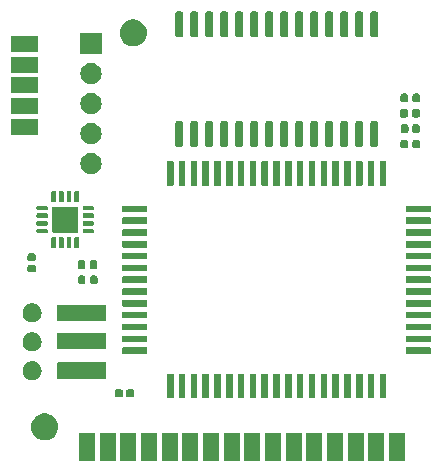
<source format=gbr>
%TF.GenerationSoftware,KiCad,Pcbnew,7.0.5*%
%TF.CreationDate,2024-02-13T07:46:18-05:00*%
%TF.ProjectId,N64SP PCB,4e363453-5020-4504-9342-2e6b69636164,rev?*%
%TF.SameCoordinates,Original*%
%TF.FileFunction,Soldermask,Top*%
%TF.FilePolarity,Negative*%
%FSLAX46Y46*%
G04 Gerber Fmt 4.6, Leading zero omitted, Abs format (unit mm)*
G04 Created by KiCad (PCBNEW 7.0.5) date 2024-02-13 07:46:18*
%MOMM*%
%LPD*%
G01*
G04 APERTURE LIST*
G04 APERTURE END LIST*
G36*
X116594517Y-69677882D02*
G01*
X116611062Y-69688938D01*
X116622118Y-69705483D01*
X116626000Y-69725000D01*
X116626000Y-70724999D01*
X116626000Y-70725000D01*
X116626000Y-71975000D01*
X116622118Y-71994517D01*
X116611062Y-72011062D01*
X116594517Y-72022118D01*
X116575000Y-72026000D01*
X115325000Y-72026000D01*
X115305483Y-72022118D01*
X115288938Y-72011062D01*
X115277882Y-71994517D01*
X115274000Y-71975000D01*
X115274000Y-70725000D01*
X115274000Y-70724999D01*
X115274000Y-69728449D01*
X115274000Y-69728448D01*
X115274000Y-69725000D01*
X115277882Y-69705483D01*
X115288938Y-69688938D01*
X115305483Y-69677882D01*
X115325000Y-69674000D01*
X116575000Y-69674000D01*
X116594517Y-69677882D01*
G37*
G36*
X118344517Y-69677882D02*
G01*
X118361062Y-69688938D01*
X118372118Y-69705483D01*
X118376000Y-69725000D01*
X118376000Y-70724999D01*
X118376000Y-70725000D01*
X118376000Y-71975000D01*
X118372118Y-71994517D01*
X118361062Y-72011062D01*
X118344517Y-72022118D01*
X118325000Y-72026000D01*
X117075000Y-72026000D01*
X117055483Y-72022118D01*
X117038938Y-72011062D01*
X117027882Y-71994517D01*
X117024000Y-71975000D01*
X117024000Y-70725000D01*
X117024000Y-70724999D01*
X117024000Y-69728449D01*
X117024000Y-69728448D01*
X117024000Y-69725000D01*
X117027882Y-69705483D01*
X117038938Y-69688938D01*
X117055483Y-69677882D01*
X117075000Y-69674000D01*
X118325000Y-69674000D01*
X118344517Y-69677882D01*
G37*
G36*
X120094517Y-69677882D02*
G01*
X120111062Y-69688938D01*
X120122118Y-69705483D01*
X120126000Y-69725000D01*
X120126000Y-70725000D01*
X120126000Y-71975000D01*
X120122118Y-71994517D01*
X120111062Y-72011062D01*
X120094517Y-72022118D01*
X120075000Y-72026000D01*
X118825000Y-72026000D01*
X118805483Y-72022118D01*
X118788938Y-72011062D01*
X118777882Y-71994517D01*
X118774000Y-71975000D01*
X118774000Y-70725000D01*
X118774000Y-70724999D01*
X118774000Y-69728449D01*
X118774000Y-69728448D01*
X118774000Y-69725000D01*
X118777882Y-69705483D01*
X118788938Y-69688938D01*
X118805483Y-69677882D01*
X118825000Y-69674000D01*
X120075000Y-69674000D01*
X120094517Y-69677882D01*
G37*
G36*
X121844517Y-69677882D02*
G01*
X121861062Y-69688938D01*
X121872118Y-69705483D01*
X121876000Y-69725000D01*
X121876000Y-70725000D01*
X121876000Y-71975000D01*
X121872118Y-71994517D01*
X121861062Y-72011062D01*
X121844517Y-72022118D01*
X121825000Y-72026000D01*
X120575000Y-72026000D01*
X120555483Y-72022118D01*
X120538938Y-72011062D01*
X120527882Y-71994517D01*
X120524000Y-71975000D01*
X120524000Y-70725000D01*
X120524000Y-70724995D01*
X120523999Y-69728449D01*
X120524000Y-69728443D01*
X120524000Y-69725000D01*
X120527882Y-69705483D01*
X120538938Y-69688938D01*
X120555483Y-69677882D01*
X120575000Y-69674000D01*
X121825000Y-69674000D01*
X121844517Y-69677882D01*
G37*
G36*
X123594517Y-69677882D02*
G01*
X123611062Y-69688938D01*
X123622118Y-69705483D01*
X123626000Y-69725000D01*
X123626000Y-70724999D01*
X123626000Y-70725000D01*
X123626000Y-71975000D01*
X123622118Y-71994517D01*
X123611062Y-72011062D01*
X123594517Y-72022118D01*
X123575000Y-72026000D01*
X122325000Y-72026000D01*
X122305483Y-72022118D01*
X122288938Y-72011062D01*
X122277882Y-71994517D01*
X122274000Y-71975000D01*
X122274000Y-70725000D01*
X122274000Y-70724999D01*
X122274000Y-69728449D01*
X122274000Y-69728448D01*
X122274000Y-69725000D01*
X122277882Y-69705483D01*
X122288938Y-69688938D01*
X122305483Y-69677882D01*
X122325000Y-69674000D01*
X123575000Y-69674000D01*
X123594517Y-69677882D01*
G37*
G36*
X125344517Y-69677882D02*
G01*
X125361062Y-69688938D01*
X125372118Y-69705483D01*
X125376000Y-69725000D01*
X125376000Y-70724999D01*
X125376000Y-70725000D01*
X125376000Y-71975000D01*
X125372118Y-71994517D01*
X125361062Y-72011062D01*
X125344517Y-72022118D01*
X125325000Y-72026000D01*
X124075000Y-72026000D01*
X124055483Y-72022118D01*
X124038938Y-72011062D01*
X124027882Y-71994517D01*
X124024000Y-71975000D01*
X124024000Y-70725000D01*
X124024000Y-70724999D01*
X124024000Y-69728449D01*
X124024000Y-69728448D01*
X124024000Y-69725000D01*
X124027882Y-69705483D01*
X124038938Y-69688938D01*
X124055483Y-69677882D01*
X124075000Y-69674000D01*
X125325000Y-69674000D01*
X125344517Y-69677882D01*
G37*
G36*
X127094517Y-69677882D02*
G01*
X127111062Y-69688938D01*
X127122118Y-69705483D01*
X127126000Y-69725000D01*
X127126000Y-70725000D01*
X127126000Y-71975000D01*
X127122118Y-71994517D01*
X127111062Y-72011062D01*
X127094517Y-72022118D01*
X127075000Y-72026000D01*
X125825000Y-72026000D01*
X125805483Y-72022118D01*
X125788938Y-72011062D01*
X125777882Y-71994517D01*
X125774000Y-71975000D01*
X125774000Y-70725000D01*
X125774000Y-70724999D01*
X125774000Y-69728449D01*
X125774000Y-69728448D01*
X125774000Y-69725000D01*
X125777882Y-69705483D01*
X125788938Y-69688938D01*
X125805483Y-69677882D01*
X125825000Y-69674000D01*
X127075000Y-69674000D01*
X127094517Y-69677882D01*
G37*
G36*
X128844517Y-69677882D02*
G01*
X128861062Y-69688938D01*
X128872118Y-69705483D01*
X128876000Y-69725000D01*
X128876000Y-70725000D01*
X128876000Y-71975000D01*
X128872118Y-71994517D01*
X128861062Y-72011062D01*
X128844517Y-72022118D01*
X128825000Y-72026000D01*
X127575000Y-72026000D01*
X127555483Y-72022118D01*
X127538938Y-72011062D01*
X127527882Y-71994517D01*
X127524000Y-71975000D01*
X127524000Y-70725000D01*
X127524000Y-70724999D01*
X127524000Y-69728449D01*
X127524000Y-69728448D01*
X127524000Y-69725000D01*
X127527882Y-69705483D01*
X127538938Y-69688938D01*
X127555483Y-69677882D01*
X127575000Y-69674000D01*
X128825000Y-69674000D01*
X128844517Y-69677882D01*
G37*
G36*
X130594517Y-69677882D02*
G01*
X130611062Y-69688938D01*
X130622118Y-69705483D01*
X130626000Y-69725000D01*
X130626000Y-70724999D01*
X130626000Y-70725000D01*
X130626000Y-71975000D01*
X130622118Y-71994517D01*
X130611062Y-72011062D01*
X130594517Y-72022118D01*
X130575000Y-72026000D01*
X129325000Y-72026000D01*
X129305483Y-72022118D01*
X129288938Y-72011062D01*
X129277882Y-71994517D01*
X129274000Y-71975000D01*
X129274000Y-70725000D01*
X129274000Y-69728449D01*
X129274000Y-69728448D01*
X129274000Y-69725000D01*
X129277882Y-69705483D01*
X129288938Y-69688938D01*
X129305483Y-69677882D01*
X129325000Y-69674000D01*
X130575000Y-69674000D01*
X130594517Y-69677882D01*
G37*
G36*
X132344517Y-69677882D02*
G01*
X132361062Y-69688938D01*
X132372118Y-69705483D01*
X132376000Y-69725000D01*
X132376000Y-70724999D01*
X132376000Y-70725000D01*
X132376000Y-71975000D01*
X132372118Y-71994517D01*
X132361062Y-72011062D01*
X132344517Y-72022118D01*
X132325000Y-72026000D01*
X131075000Y-72026000D01*
X131055483Y-72022118D01*
X131038938Y-72011062D01*
X131027882Y-71994517D01*
X131024000Y-71975000D01*
X131024000Y-70725000D01*
X131024000Y-70724999D01*
X131024000Y-69728449D01*
X131024000Y-69728448D01*
X131024000Y-69725000D01*
X131027882Y-69705483D01*
X131038938Y-69688938D01*
X131055483Y-69677882D01*
X131075000Y-69674000D01*
X132325000Y-69674000D01*
X132344517Y-69677882D01*
G37*
G36*
X134094517Y-69677882D02*
G01*
X134111062Y-69688938D01*
X134122118Y-69705483D01*
X134126000Y-69725000D01*
X134126000Y-70725000D01*
X134126000Y-71975000D01*
X134122118Y-71994517D01*
X134111062Y-72011062D01*
X134094517Y-72022118D01*
X134075000Y-72026000D01*
X132825000Y-72026000D01*
X132805483Y-72022118D01*
X132788938Y-72011062D01*
X132777882Y-71994517D01*
X132774000Y-71975000D01*
X132774000Y-70725000D01*
X132774000Y-70724999D01*
X132774000Y-69728449D01*
X132774000Y-69728448D01*
X132774000Y-69725000D01*
X132777882Y-69705483D01*
X132788938Y-69688938D01*
X132805483Y-69677882D01*
X132825000Y-69674000D01*
X134075000Y-69674000D01*
X134094517Y-69677882D01*
G37*
G36*
X135844517Y-69677882D02*
G01*
X135861062Y-69688938D01*
X135872118Y-69705483D01*
X135876000Y-69725000D01*
X135876000Y-70725000D01*
X135876000Y-71975000D01*
X135872118Y-71994517D01*
X135861062Y-72011062D01*
X135844517Y-72022118D01*
X135825000Y-72026000D01*
X134575000Y-72026000D01*
X134555483Y-72022118D01*
X134538938Y-72011062D01*
X134527882Y-71994517D01*
X134524000Y-71975000D01*
X134524000Y-70725000D01*
X134524000Y-70724999D01*
X134524000Y-69728449D01*
X134524000Y-69728448D01*
X134524000Y-69725000D01*
X134527882Y-69705483D01*
X134538938Y-69688938D01*
X134555483Y-69677882D01*
X134575000Y-69674000D01*
X135825000Y-69674000D01*
X135844517Y-69677882D01*
G37*
G36*
X137594517Y-69677882D02*
G01*
X137611062Y-69688938D01*
X137622118Y-69705483D01*
X137626000Y-69725000D01*
X137626000Y-70724999D01*
X137626000Y-70725000D01*
X137626000Y-71975000D01*
X137622118Y-71994517D01*
X137611062Y-72011062D01*
X137594517Y-72022118D01*
X137575000Y-72026000D01*
X136325000Y-72026000D01*
X136305483Y-72022118D01*
X136288938Y-72011062D01*
X136277882Y-71994517D01*
X136274000Y-71975000D01*
X136274000Y-70725000D01*
X136274000Y-70724999D01*
X136274000Y-69728449D01*
X136274000Y-69728448D01*
X136274000Y-69725000D01*
X136277882Y-69705483D01*
X136288938Y-69688938D01*
X136305483Y-69677882D01*
X136325000Y-69674000D01*
X137575000Y-69674000D01*
X137594517Y-69677882D01*
G37*
G36*
X139344517Y-69677882D02*
G01*
X139361062Y-69688938D01*
X139372118Y-69705483D01*
X139376000Y-69725000D01*
X139376000Y-70724999D01*
X139376000Y-70725000D01*
X139376000Y-71975000D01*
X139372118Y-71994517D01*
X139361062Y-72011062D01*
X139344517Y-72022118D01*
X139325000Y-72026000D01*
X138075000Y-72026000D01*
X138055483Y-72022118D01*
X138038938Y-72011062D01*
X138027882Y-71994517D01*
X138024000Y-71975000D01*
X138024000Y-70725000D01*
X138024000Y-69728449D01*
X138024000Y-69728448D01*
X138024000Y-69725000D01*
X138027882Y-69705483D01*
X138038938Y-69688938D01*
X138055483Y-69677882D01*
X138075000Y-69674000D01*
X139325000Y-69674000D01*
X139344517Y-69677882D01*
G37*
G36*
X141094517Y-69677882D02*
G01*
X141111062Y-69688938D01*
X141122118Y-69705483D01*
X141126000Y-69725000D01*
X141126000Y-70725000D01*
X141126000Y-71975000D01*
X141122118Y-71994517D01*
X141111062Y-72011062D01*
X141094517Y-72022118D01*
X141075000Y-72026000D01*
X139825000Y-72026000D01*
X139805483Y-72022118D01*
X139788938Y-72011062D01*
X139777882Y-71994517D01*
X139774000Y-71975000D01*
X139774000Y-70725000D01*
X139774000Y-70724999D01*
X139774000Y-69728449D01*
X139774000Y-69728448D01*
X139774000Y-69725000D01*
X139777882Y-69705483D01*
X139788938Y-69688938D01*
X139805483Y-69677882D01*
X139825000Y-69674000D01*
X141075000Y-69674000D01*
X141094517Y-69677882D01*
G37*
G36*
X142844517Y-69677882D02*
G01*
X142861062Y-69688938D01*
X142872118Y-69705483D01*
X142876000Y-69725000D01*
X142876000Y-70725000D01*
X142876000Y-71975000D01*
X142872118Y-71994517D01*
X142861062Y-72011062D01*
X142844517Y-72022118D01*
X142825000Y-72026000D01*
X141575000Y-72026000D01*
X141555483Y-72022118D01*
X141538938Y-72011062D01*
X141527882Y-71994517D01*
X141524000Y-71975000D01*
X141524000Y-70725000D01*
X141524000Y-69728449D01*
X141524000Y-69728448D01*
X141524000Y-69725000D01*
X141527882Y-69705483D01*
X141538938Y-69688938D01*
X141555483Y-69677882D01*
X141575000Y-69674000D01*
X142825000Y-69674000D01*
X142844517Y-69677882D01*
G37*
G36*
X112674986Y-68042939D02*
G01*
X112873045Y-68119667D01*
X113053632Y-68231482D01*
X113210599Y-68374576D01*
X113338600Y-68544077D01*
X113433276Y-68734211D01*
X113491402Y-68938504D01*
X113511000Y-69150000D01*
X113491402Y-69361496D01*
X113433276Y-69565789D01*
X113338600Y-69755923D01*
X113210599Y-69925424D01*
X113053632Y-70068518D01*
X112873045Y-70180333D01*
X112674986Y-70257061D01*
X112466201Y-70296090D01*
X112253799Y-70296090D01*
X112045014Y-70257061D01*
X111846955Y-70180333D01*
X111666368Y-70068518D01*
X111509401Y-69925424D01*
X111381400Y-69755923D01*
X111286724Y-69565789D01*
X111228598Y-69361496D01*
X111209000Y-69150000D01*
X111228598Y-68938504D01*
X111286724Y-68734211D01*
X111381400Y-68544077D01*
X111509401Y-68374576D01*
X111666368Y-68231482D01*
X111846955Y-68119667D01*
X112045014Y-68042939D01*
X112253799Y-68003910D01*
X112466201Y-68003910D01*
X112674986Y-68042939D01*
G37*
G36*
X123244517Y-64652882D02*
G01*
X123261062Y-64663938D01*
X123272118Y-64680483D01*
X123276000Y-64700000D01*
X123276000Y-66700000D01*
X123272118Y-66719517D01*
X123261062Y-66736062D01*
X123244517Y-66747118D01*
X123225000Y-66751000D01*
X122775000Y-66751000D01*
X122755483Y-66747118D01*
X122738938Y-66736062D01*
X122727882Y-66719517D01*
X122724000Y-66700000D01*
X122724000Y-64700000D01*
X122727882Y-64680483D01*
X122738938Y-64663938D01*
X122755483Y-64652882D01*
X122775000Y-64649000D01*
X123225000Y-64649000D01*
X123244517Y-64652882D01*
G37*
G36*
X124244517Y-64652882D02*
G01*
X124261062Y-64663938D01*
X124272118Y-64680483D01*
X124276000Y-64700000D01*
X124276000Y-66700000D01*
X124272118Y-66719517D01*
X124261062Y-66736062D01*
X124244517Y-66747118D01*
X124225000Y-66751000D01*
X123775000Y-66751000D01*
X123755483Y-66747118D01*
X123738938Y-66736062D01*
X123727882Y-66719517D01*
X123724000Y-66700000D01*
X123724000Y-64700000D01*
X123727882Y-64680483D01*
X123738938Y-64663938D01*
X123755483Y-64652882D01*
X123775000Y-64649000D01*
X124225000Y-64649000D01*
X124244517Y-64652882D01*
G37*
G36*
X125244517Y-64652882D02*
G01*
X125261062Y-64663938D01*
X125272118Y-64680483D01*
X125276000Y-64700000D01*
X125276000Y-66700000D01*
X125272118Y-66719517D01*
X125261062Y-66736062D01*
X125244517Y-66747118D01*
X125225000Y-66751000D01*
X124775000Y-66751000D01*
X124755483Y-66747118D01*
X124738938Y-66736062D01*
X124727882Y-66719517D01*
X124724000Y-66700000D01*
X124724000Y-64700000D01*
X124727882Y-64680483D01*
X124738938Y-64663938D01*
X124755483Y-64652882D01*
X124775000Y-64649000D01*
X125225000Y-64649000D01*
X125244517Y-64652882D01*
G37*
G36*
X126244517Y-64652882D02*
G01*
X126261062Y-64663938D01*
X126272118Y-64680483D01*
X126276000Y-64700000D01*
X126276000Y-66700000D01*
X126272118Y-66719517D01*
X126261062Y-66736062D01*
X126244517Y-66747118D01*
X126225000Y-66751000D01*
X125775000Y-66751000D01*
X125755483Y-66747118D01*
X125738938Y-66736062D01*
X125727882Y-66719517D01*
X125724000Y-66700000D01*
X125724000Y-64700000D01*
X125727882Y-64680483D01*
X125738938Y-64663938D01*
X125755483Y-64652882D01*
X125775000Y-64649000D01*
X126225000Y-64649000D01*
X126244517Y-64652882D01*
G37*
G36*
X127244517Y-64652882D02*
G01*
X127261062Y-64663938D01*
X127272118Y-64680483D01*
X127276000Y-64700000D01*
X127276000Y-66700000D01*
X127272118Y-66719517D01*
X127261062Y-66736062D01*
X127244517Y-66747118D01*
X127225000Y-66751000D01*
X126775000Y-66751000D01*
X126755483Y-66747118D01*
X126738938Y-66736062D01*
X126727882Y-66719517D01*
X126724000Y-66700000D01*
X126724000Y-64700000D01*
X126727882Y-64680483D01*
X126738938Y-64663938D01*
X126755483Y-64652882D01*
X126775000Y-64649000D01*
X127225000Y-64649000D01*
X127244517Y-64652882D01*
G37*
G36*
X128244517Y-64652882D02*
G01*
X128261062Y-64663938D01*
X128272118Y-64680483D01*
X128276000Y-64700000D01*
X128276000Y-66700000D01*
X128272118Y-66719517D01*
X128261062Y-66736062D01*
X128244517Y-66747118D01*
X128225000Y-66751000D01*
X127775000Y-66751000D01*
X127755483Y-66747118D01*
X127738938Y-66736062D01*
X127727882Y-66719517D01*
X127724000Y-66700000D01*
X127724000Y-64700000D01*
X127727882Y-64680483D01*
X127738938Y-64663938D01*
X127755483Y-64652882D01*
X127775000Y-64649000D01*
X128225000Y-64649000D01*
X128244517Y-64652882D01*
G37*
G36*
X129244517Y-64652882D02*
G01*
X129261062Y-64663938D01*
X129272118Y-64680483D01*
X129276000Y-64700000D01*
X129276000Y-66700000D01*
X129272118Y-66719517D01*
X129261062Y-66736062D01*
X129244517Y-66747118D01*
X129225000Y-66751000D01*
X128775000Y-66751000D01*
X128755483Y-66747118D01*
X128738938Y-66736062D01*
X128727882Y-66719517D01*
X128724000Y-66700000D01*
X128724000Y-64700000D01*
X128727882Y-64680483D01*
X128738938Y-64663938D01*
X128755483Y-64652882D01*
X128775000Y-64649000D01*
X129225000Y-64649000D01*
X129244517Y-64652882D01*
G37*
G36*
X130244517Y-64652882D02*
G01*
X130261062Y-64663938D01*
X130272118Y-64680483D01*
X130276000Y-64700000D01*
X130276000Y-66700000D01*
X130272118Y-66719517D01*
X130261062Y-66736062D01*
X130244517Y-66747118D01*
X130225000Y-66751000D01*
X129775000Y-66751000D01*
X129755483Y-66747118D01*
X129738938Y-66736062D01*
X129727882Y-66719517D01*
X129724000Y-66700000D01*
X129724000Y-64700000D01*
X129727882Y-64680483D01*
X129738938Y-64663938D01*
X129755483Y-64652882D01*
X129775000Y-64649000D01*
X130225000Y-64649000D01*
X130244517Y-64652882D01*
G37*
G36*
X131244517Y-64652882D02*
G01*
X131261062Y-64663938D01*
X131272118Y-64680483D01*
X131276000Y-64700000D01*
X131276000Y-66700000D01*
X131272118Y-66719517D01*
X131261062Y-66736062D01*
X131244517Y-66747118D01*
X131225000Y-66751000D01*
X130775000Y-66751000D01*
X130755483Y-66747118D01*
X130738938Y-66736062D01*
X130727882Y-66719517D01*
X130724000Y-66700000D01*
X130724000Y-64700000D01*
X130727882Y-64680483D01*
X130738938Y-64663938D01*
X130755483Y-64652882D01*
X130775000Y-64649000D01*
X131225000Y-64649000D01*
X131244517Y-64652882D01*
G37*
G36*
X132244517Y-64652882D02*
G01*
X132261062Y-64663938D01*
X132272118Y-64680483D01*
X132276000Y-64700000D01*
X132276000Y-66700000D01*
X132272118Y-66719517D01*
X132261062Y-66736062D01*
X132244517Y-66747118D01*
X132225000Y-66751000D01*
X131775000Y-66751000D01*
X131755483Y-66747118D01*
X131738938Y-66736062D01*
X131727882Y-66719517D01*
X131724000Y-66700000D01*
X131724000Y-64700000D01*
X131727882Y-64680483D01*
X131738938Y-64663938D01*
X131755483Y-64652882D01*
X131775000Y-64649000D01*
X132225000Y-64649000D01*
X132244517Y-64652882D01*
G37*
G36*
X133244517Y-64652882D02*
G01*
X133261062Y-64663938D01*
X133272118Y-64680483D01*
X133276000Y-64700000D01*
X133276000Y-66700000D01*
X133272118Y-66719517D01*
X133261062Y-66736062D01*
X133244517Y-66747118D01*
X133225000Y-66751000D01*
X132775000Y-66751000D01*
X132755483Y-66747118D01*
X132738938Y-66736062D01*
X132727882Y-66719517D01*
X132724000Y-66700000D01*
X132724000Y-64700000D01*
X132727882Y-64680483D01*
X132738938Y-64663938D01*
X132755483Y-64652882D01*
X132775000Y-64649000D01*
X133225000Y-64649000D01*
X133244517Y-64652882D01*
G37*
G36*
X134244517Y-64652882D02*
G01*
X134261062Y-64663938D01*
X134272118Y-64680483D01*
X134276000Y-64700000D01*
X134276000Y-66700000D01*
X134272118Y-66719517D01*
X134261062Y-66736062D01*
X134244517Y-66747118D01*
X134225000Y-66751000D01*
X133775000Y-66751000D01*
X133755483Y-66747118D01*
X133738938Y-66736062D01*
X133727882Y-66719517D01*
X133724000Y-66700000D01*
X133724000Y-64700000D01*
X133727882Y-64680483D01*
X133738938Y-64663938D01*
X133755483Y-64652882D01*
X133775000Y-64649000D01*
X134225000Y-64649000D01*
X134244517Y-64652882D01*
G37*
G36*
X135244517Y-64652882D02*
G01*
X135261062Y-64663938D01*
X135272118Y-64680483D01*
X135276000Y-64700000D01*
X135276000Y-66700000D01*
X135272118Y-66719517D01*
X135261062Y-66736062D01*
X135244517Y-66747118D01*
X135225000Y-66751000D01*
X134775000Y-66751000D01*
X134755483Y-66747118D01*
X134738938Y-66736062D01*
X134727882Y-66719517D01*
X134724000Y-66700000D01*
X134724000Y-64700000D01*
X134727882Y-64680483D01*
X134738938Y-64663938D01*
X134755483Y-64652882D01*
X134775000Y-64649000D01*
X135225000Y-64649000D01*
X135244517Y-64652882D01*
G37*
G36*
X136244517Y-64652882D02*
G01*
X136261062Y-64663938D01*
X136272118Y-64680483D01*
X136276000Y-64700000D01*
X136276000Y-66700000D01*
X136272118Y-66719517D01*
X136261062Y-66736062D01*
X136244517Y-66747118D01*
X136225000Y-66751000D01*
X135775000Y-66751000D01*
X135755483Y-66747118D01*
X135738938Y-66736062D01*
X135727882Y-66719517D01*
X135724000Y-66700000D01*
X135724000Y-64700000D01*
X135727882Y-64680483D01*
X135738938Y-64663938D01*
X135755483Y-64652882D01*
X135775000Y-64649000D01*
X136225000Y-64649000D01*
X136244517Y-64652882D01*
G37*
G36*
X137244517Y-64652882D02*
G01*
X137261062Y-64663938D01*
X137272118Y-64680483D01*
X137276000Y-64700000D01*
X137276000Y-66700000D01*
X137272118Y-66719517D01*
X137261062Y-66736062D01*
X137244517Y-66747118D01*
X137225000Y-66751000D01*
X136775000Y-66751000D01*
X136755483Y-66747118D01*
X136738938Y-66736062D01*
X136727882Y-66719517D01*
X136724000Y-66700000D01*
X136724000Y-64700000D01*
X136727882Y-64680483D01*
X136738938Y-64663938D01*
X136755483Y-64652882D01*
X136775000Y-64649000D01*
X137225000Y-64649000D01*
X137244517Y-64652882D01*
G37*
G36*
X138244517Y-64652882D02*
G01*
X138261062Y-64663938D01*
X138272118Y-64680483D01*
X138276000Y-64700000D01*
X138276000Y-66700000D01*
X138272118Y-66719517D01*
X138261062Y-66736062D01*
X138244517Y-66747118D01*
X138225000Y-66751000D01*
X137775000Y-66751000D01*
X137755483Y-66747118D01*
X137738938Y-66736062D01*
X137727882Y-66719517D01*
X137724000Y-66700000D01*
X137724000Y-64700000D01*
X137727882Y-64680483D01*
X137738938Y-64663938D01*
X137755483Y-64652882D01*
X137775000Y-64649000D01*
X138225000Y-64649000D01*
X138244517Y-64652882D01*
G37*
G36*
X139244517Y-64652882D02*
G01*
X139261062Y-64663938D01*
X139272118Y-64680483D01*
X139276000Y-64700000D01*
X139276000Y-66700000D01*
X139272118Y-66719517D01*
X139261062Y-66736062D01*
X139244517Y-66747118D01*
X139225000Y-66751000D01*
X138775000Y-66751000D01*
X138755483Y-66747118D01*
X138738938Y-66736062D01*
X138727882Y-66719517D01*
X138724000Y-66700000D01*
X138724000Y-64700000D01*
X138727882Y-64680483D01*
X138738938Y-64663938D01*
X138755483Y-64652882D01*
X138775000Y-64649000D01*
X139225000Y-64649000D01*
X139244517Y-64652882D01*
G37*
G36*
X140244517Y-64652882D02*
G01*
X140261062Y-64663938D01*
X140272118Y-64680483D01*
X140276000Y-64700000D01*
X140276000Y-66700000D01*
X140272118Y-66719517D01*
X140261062Y-66736062D01*
X140244517Y-66747118D01*
X140225000Y-66751000D01*
X139775000Y-66751000D01*
X139755483Y-66747118D01*
X139738938Y-66736062D01*
X139727882Y-66719517D01*
X139724000Y-66700000D01*
X139724000Y-64700000D01*
X139727882Y-64680483D01*
X139738938Y-64663938D01*
X139755483Y-64652882D01*
X139775000Y-64649000D01*
X140225000Y-64649000D01*
X140244517Y-64652882D01*
G37*
G36*
X141244517Y-64652882D02*
G01*
X141261062Y-64663938D01*
X141272118Y-64680483D01*
X141276000Y-64700000D01*
X141276000Y-66700000D01*
X141272118Y-66719517D01*
X141261062Y-66736062D01*
X141244517Y-66747118D01*
X141225000Y-66751000D01*
X140775000Y-66751000D01*
X140755483Y-66747118D01*
X140738938Y-66736062D01*
X140727882Y-66719517D01*
X140724000Y-66700000D01*
X140724000Y-64700000D01*
X140727882Y-64680483D01*
X140738938Y-64663938D01*
X140755483Y-64652882D01*
X140775000Y-64649000D01*
X141225000Y-64649000D01*
X141244517Y-64652882D01*
G37*
G36*
X118853093Y-65953539D02*
G01*
X118915057Y-65994943D01*
X118956461Y-66056907D01*
X118971000Y-66130000D01*
X118971000Y-66470000D01*
X118956461Y-66543093D01*
X118915057Y-66605057D01*
X118853093Y-66646461D01*
X118780000Y-66661000D01*
X118500000Y-66661000D01*
X118426907Y-66646461D01*
X118364943Y-66605057D01*
X118323539Y-66543093D01*
X118309000Y-66470000D01*
X118309000Y-66130000D01*
X118323539Y-66056907D01*
X118364943Y-65994943D01*
X118426907Y-65953539D01*
X118500000Y-65939000D01*
X118780000Y-65939000D01*
X118853093Y-65953539D01*
G37*
G36*
X119813093Y-65953539D02*
G01*
X119875057Y-65994943D01*
X119916461Y-66056907D01*
X119931000Y-66130000D01*
X119931000Y-66470000D01*
X119916461Y-66543093D01*
X119875057Y-66605057D01*
X119813093Y-66646461D01*
X119740000Y-66661000D01*
X119460000Y-66661000D01*
X119386907Y-66646461D01*
X119324943Y-66605057D01*
X119283539Y-66543093D01*
X119269000Y-66470000D01*
X119269000Y-66130000D01*
X119283539Y-66056907D01*
X119324943Y-65994943D01*
X119386907Y-65953539D01*
X119460000Y-65939000D01*
X119740000Y-65939000D01*
X119813093Y-65953539D01*
G37*
G36*
X111341225Y-63591645D02*
G01*
X111384962Y-63591645D01*
X111434301Y-63602132D01*
X111480910Y-63607384D01*
X111514802Y-63619243D01*
X111551172Y-63626974D01*
X111603584Y-63650309D01*
X111652747Y-63667512D01*
X111678336Y-63683590D01*
X111706401Y-63696086D01*
X111758732Y-63734107D01*
X111806897Y-63764371D01*
X111824193Y-63781667D01*
X111843875Y-63795967D01*
X111892529Y-63850003D01*
X111935629Y-63893103D01*
X111945543Y-63908881D01*
X111957575Y-63922244D01*
X111998739Y-63993542D01*
X112032488Y-64047253D01*
X112036701Y-64059294D01*
X112042536Y-64069400D01*
X112072411Y-64161349D01*
X112092616Y-64219090D01*
X112093382Y-64225890D01*
X112095045Y-64231008D01*
X112110128Y-64374513D01*
X112113000Y-64400000D01*
X112110125Y-64425511D01*
X112095045Y-64568991D01*
X112093382Y-64574107D01*
X112092616Y-64580910D01*
X112072407Y-64638663D01*
X112042536Y-64730599D01*
X112036702Y-64740703D01*
X112032488Y-64752747D01*
X111998732Y-64806468D01*
X111957575Y-64877755D01*
X111945545Y-64891115D01*
X111935629Y-64906897D01*
X111892520Y-64950005D01*
X111843875Y-65004032D01*
X111824197Y-65018328D01*
X111806897Y-65035629D01*
X111758722Y-65065899D01*
X111706401Y-65103913D01*
X111678341Y-65116405D01*
X111652747Y-65132488D01*
X111603573Y-65149694D01*
X111551172Y-65173025D01*
X111514808Y-65180754D01*
X111480910Y-65192616D01*
X111434298Y-65197867D01*
X111384962Y-65208355D01*
X111341225Y-65208355D01*
X111300000Y-65213000D01*
X111258775Y-65208355D01*
X111215038Y-65208355D01*
X111165701Y-65197867D01*
X111119090Y-65192616D01*
X111085192Y-65180754D01*
X111048827Y-65173025D01*
X110996421Y-65149692D01*
X110947253Y-65132488D01*
X110921660Y-65116407D01*
X110893598Y-65103913D01*
X110841270Y-65065894D01*
X110793103Y-65035629D01*
X110775805Y-65018331D01*
X110756124Y-65004032D01*
X110707469Y-64949995D01*
X110664371Y-64906897D01*
X110654457Y-64891119D01*
X110642424Y-64877755D01*
X110601255Y-64806448D01*
X110567512Y-64752747D01*
X110563299Y-64740707D01*
X110557463Y-64730599D01*
X110527578Y-64638623D01*
X110507384Y-64580910D01*
X110506618Y-64574112D01*
X110504954Y-64568991D01*
X110489858Y-64425367D01*
X110487000Y-64400000D01*
X110489858Y-64374634D01*
X110504954Y-64231008D01*
X110506618Y-64225885D01*
X110507384Y-64219090D01*
X110527574Y-64161389D01*
X110557463Y-64069400D01*
X110563300Y-64059289D01*
X110567512Y-64047253D01*
X110601248Y-63993562D01*
X110642424Y-63922244D01*
X110654459Y-63908877D01*
X110664371Y-63893103D01*
X110707460Y-63850013D01*
X110756124Y-63795967D01*
X110775808Y-63781665D01*
X110793103Y-63764371D01*
X110841264Y-63734109D01*
X110893599Y-63696086D01*
X110921664Y-63683590D01*
X110947253Y-63667512D01*
X110996412Y-63650310D01*
X111048827Y-63626974D01*
X111085198Y-63619243D01*
X111119090Y-63607384D01*
X111165698Y-63602132D01*
X111215038Y-63591645D01*
X111258775Y-63591645D01*
X111300000Y-63587000D01*
X111341225Y-63591645D01*
G37*
G36*
X117519517Y-63702882D02*
G01*
X117536062Y-63713938D01*
X117547118Y-63730483D01*
X117551000Y-63750000D01*
X117551000Y-65050000D01*
X117547118Y-65069517D01*
X117536062Y-65086062D01*
X117519517Y-65097118D01*
X117500000Y-65101000D01*
X113500000Y-65101000D01*
X113480483Y-65097118D01*
X113463938Y-65086062D01*
X113452882Y-65069517D01*
X113449000Y-65050000D01*
X113449000Y-63750000D01*
X113452882Y-63730483D01*
X113463938Y-63713938D01*
X113480483Y-63702882D01*
X113500000Y-63699000D01*
X117500000Y-63699000D01*
X117519517Y-63702882D01*
G37*
G36*
X121019517Y-62427882D02*
G01*
X121036062Y-62438938D01*
X121047118Y-62455483D01*
X121051000Y-62475000D01*
X121051000Y-62925000D01*
X121047118Y-62944517D01*
X121036062Y-62961062D01*
X121019517Y-62972118D01*
X121000000Y-62976000D01*
X119000000Y-62976000D01*
X118980483Y-62972118D01*
X118963938Y-62961062D01*
X118952882Y-62944517D01*
X118949000Y-62925000D01*
X118949000Y-62475000D01*
X118952882Y-62455483D01*
X118963938Y-62438938D01*
X118980483Y-62427882D01*
X119000000Y-62424000D01*
X121000000Y-62424000D01*
X121019517Y-62427882D01*
G37*
G36*
X145019517Y-62427882D02*
G01*
X145036062Y-62438938D01*
X145047118Y-62455483D01*
X145051000Y-62475000D01*
X145051000Y-62925000D01*
X145047118Y-62944517D01*
X145036062Y-62961062D01*
X145019517Y-62972118D01*
X145000000Y-62976000D01*
X143000000Y-62976000D01*
X142980483Y-62972118D01*
X142963938Y-62961062D01*
X142952882Y-62944517D01*
X142949000Y-62925000D01*
X142949000Y-62475000D01*
X142952882Y-62455483D01*
X142963938Y-62438938D01*
X142980483Y-62427882D01*
X143000000Y-62424000D01*
X145000000Y-62424000D01*
X145019517Y-62427882D01*
G37*
G36*
X111341225Y-61141645D02*
G01*
X111384962Y-61141645D01*
X111434301Y-61152132D01*
X111480910Y-61157384D01*
X111514802Y-61169243D01*
X111551172Y-61176974D01*
X111603584Y-61200309D01*
X111652747Y-61217512D01*
X111678336Y-61233590D01*
X111706401Y-61246086D01*
X111758732Y-61284107D01*
X111806897Y-61314371D01*
X111824193Y-61331667D01*
X111843875Y-61345967D01*
X111892529Y-61400003D01*
X111935629Y-61443103D01*
X111945543Y-61458881D01*
X111957575Y-61472244D01*
X111998739Y-61543542D01*
X112032488Y-61597253D01*
X112036701Y-61609294D01*
X112042536Y-61619400D01*
X112072411Y-61711349D01*
X112092616Y-61769090D01*
X112093382Y-61775890D01*
X112095045Y-61781008D01*
X112110127Y-61924502D01*
X112113000Y-61950000D01*
X112110126Y-61975500D01*
X112095045Y-62118991D01*
X112093382Y-62124107D01*
X112092616Y-62130910D01*
X112072407Y-62188663D01*
X112042536Y-62280599D01*
X112036702Y-62290703D01*
X112032488Y-62302747D01*
X111998732Y-62356468D01*
X111957575Y-62427755D01*
X111945545Y-62441115D01*
X111935629Y-62456897D01*
X111892520Y-62500005D01*
X111843875Y-62554032D01*
X111824197Y-62568328D01*
X111806897Y-62585629D01*
X111758722Y-62615899D01*
X111706401Y-62653913D01*
X111678341Y-62666405D01*
X111652747Y-62682488D01*
X111603573Y-62699694D01*
X111551172Y-62723025D01*
X111514808Y-62730754D01*
X111480910Y-62742616D01*
X111434298Y-62747867D01*
X111384962Y-62758355D01*
X111341225Y-62758355D01*
X111300000Y-62763000D01*
X111258775Y-62758355D01*
X111215038Y-62758355D01*
X111165701Y-62747867D01*
X111119090Y-62742616D01*
X111085192Y-62730754D01*
X111048827Y-62723025D01*
X110996421Y-62699692D01*
X110947253Y-62682488D01*
X110921660Y-62666407D01*
X110893598Y-62653913D01*
X110841270Y-62615894D01*
X110793103Y-62585629D01*
X110775805Y-62568331D01*
X110756124Y-62554032D01*
X110707469Y-62499995D01*
X110664371Y-62456897D01*
X110654457Y-62441119D01*
X110642424Y-62427755D01*
X110601255Y-62356448D01*
X110567512Y-62302747D01*
X110563299Y-62290707D01*
X110557463Y-62280599D01*
X110527578Y-62188623D01*
X110507384Y-62130910D01*
X110506618Y-62124112D01*
X110504954Y-62118991D01*
X110489858Y-61975367D01*
X110487000Y-61950000D01*
X110489858Y-61924634D01*
X110504954Y-61781008D01*
X110506618Y-61775885D01*
X110507384Y-61769090D01*
X110527574Y-61711389D01*
X110557463Y-61619400D01*
X110563300Y-61609289D01*
X110567512Y-61597253D01*
X110601248Y-61543562D01*
X110642424Y-61472244D01*
X110654459Y-61458877D01*
X110664371Y-61443103D01*
X110707460Y-61400013D01*
X110756124Y-61345967D01*
X110775808Y-61331665D01*
X110793103Y-61314371D01*
X110841264Y-61284109D01*
X110893599Y-61246086D01*
X110921664Y-61233590D01*
X110947253Y-61217512D01*
X110996412Y-61200310D01*
X111048827Y-61176974D01*
X111085198Y-61169243D01*
X111119090Y-61157384D01*
X111165698Y-61152132D01*
X111215038Y-61141645D01*
X111258775Y-61141645D01*
X111300000Y-61137000D01*
X111341225Y-61141645D01*
G37*
G36*
X117519517Y-61202882D02*
G01*
X117536062Y-61213938D01*
X117547118Y-61230483D01*
X117551000Y-61250000D01*
X117551000Y-62550000D01*
X117547118Y-62569517D01*
X117536062Y-62586062D01*
X117519517Y-62597118D01*
X117500000Y-62601000D01*
X113500000Y-62601000D01*
X113480483Y-62597118D01*
X113463938Y-62586062D01*
X113452882Y-62569517D01*
X113449000Y-62550000D01*
X113449000Y-61250000D01*
X113452882Y-61230483D01*
X113463938Y-61213938D01*
X113480483Y-61202882D01*
X113500000Y-61199000D01*
X117500000Y-61199000D01*
X117519517Y-61202882D01*
G37*
G36*
X121019517Y-61427882D02*
G01*
X121036062Y-61438938D01*
X121047118Y-61455483D01*
X121051000Y-61475000D01*
X121051000Y-61925000D01*
X121047118Y-61944517D01*
X121036062Y-61961062D01*
X121019517Y-61972118D01*
X121000000Y-61976000D01*
X119000000Y-61976000D01*
X118980483Y-61972118D01*
X118963938Y-61961062D01*
X118952882Y-61944517D01*
X118949000Y-61925000D01*
X118949000Y-61475000D01*
X118952882Y-61455483D01*
X118963938Y-61438938D01*
X118980483Y-61427882D01*
X119000000Y-61424000D01*
X121000000Y-61424000D01*
X121019517Y-61427882D01*
G37*
G36*
X145019517Y-61427882D02*
G01*
X145036062Y-61438938D01*
X145047118Y-61455483D01*
X145051000Y-61475000D01*
X145051000Y-61925000D01*
X145047118Y-61944517D01*
X145036062Y-61961062D01*
X145019517Y-61972118D01*
X145000000Y-61976000D01*
X143000000Y-61976000D01*
X142980483Y-61972118D01*
X142963938Y-61961062D01*
X142952882Y-61944517D01*
X142949000Y-61925000D01*
X142949000Y-61475000D01*
X142952882Y-61455483D01*
X142963938Y-61438938D01*
X142980483Y-61427882D01*
X143000000Y-61424000D01*
X145000000Y-61424000D01*
X145019517Y-61427882D01*
G37*
G36*
X121019517Y-60427882D02*
G01*
X121036062Y-60438938D01*
X121047118Y-60455483D01*
X121051000Y-60475000D01*
X121051000Y-60925000D01*
X121047118Y-60944517D01*
X121036062Y-60961062D01*
X121019517Y-60972118D01*
X121000000Y-60976000D01*
X119000000Y-60976000D01*
X118980483Y-60972118D01*
X118963938Y-60961062D01*
X118952882Y-60944517D01*
X118949000Y-60925000D01*
X118949000Y-60475000D01*
X118952882Y-60455483D01*
X118963938Y-60438938D01*
X118980483Y-60427882D01*
X119000000Y-60424000D01*
X121000000Y-60424000D01*
X121019517Y-60427882D01*
G37*
G36*
X145019517Y-60427882D02*
G01*
X145036062Y-60438938D01*
X145047118Y-60455483D01*
X145051000Y-60475000D01*
X145051000Y-60925000D01*
X145047118Y-60944517D01*
X145036062Y-60961062D01*
X145019517Y-60972118D01*
X145000000Y-60976000D01*
X143000000Y-60976000D01*
X142980483Y-60972118D01*
X142963938Y-60961062D01*
X142952882Y-60944517D01*
X142949000Y-60925000D01*
X142949000Y-60475000D01*
X142952882Y-60455483D01*
X142963938Y-60438938D01*
X142980483Y-60427882D01*
X143000000Y-60424000D01*
X145000000Y-60424000D01*
X145019517Y-60427882D01*
G37*
G36*
X111341225Y-58691645D02*
G01*
X111384962Y-58691645D01*
X111434301Y-58702132D01*
X111480910Y-58707384D01*
X111514802Y-58719243D01*
X111551172Y-58726974D01*
X111603584Y-58750309D01*
X111652747Y-58767512D01*
X111678336Y-58783590D01*
X111706401Y-58796086D01*
X111758732Y-58834107D01*
X111806897Y-58864371D01*
X111824193Y-58881667D01*
X111843875Y-58895967D01*
X111892529Y-58950003D01*
X111935629Y-58993103D01*
X111945543Y-59008881D01*
X111957575Y-59022244D01*
X111998739Y-59093542D01*
X112032488Y-59147253D01*
X112036701Y-59159294D01*
X112042536Y-59169400D01*
X112072411Y-59261349D01*
X112092616Y-59319090D01*
X112093382Y-59325890D01*
X112095045Y-59331008D01*
X112110128Y-59474513D01*
X112113000Y-59500000D01*
X112110125Y-59525511D01*
X112095045Y-59668991D01*
X112093382Y-59674107D01*
X112092616Y-59680910D01*
X112072407Y-59738663D01*
X112042536Y-59830599D01*
X112036702Y-59840703D01*
X112032488Y-59852747D01*
X111998732Y-59906468D01*
X111957575Y-59977755D01*
X111945545Y-59991115D01*
X111935629Y-60006897D01*
X111892520Y-60050005D01*
X111843875Y-60104032D01*
X111824197Y-60118328D01*
X111806897Y-60135629D01*
X111758722Y-60165899D01*
X111706401Y-60203913D01*
X111678341Y-60216405D01*
X111652747Y-60232488D01*
X111603573Y-60249694D01*
X111551172Y-60273025D01*
X111514808Y-60280754D01*
X111480910Y-60292616D01*
X111434298Y-60297867D01*
X111384962Y-60308355D01*
X111341225Y-60308355D01*
X111300000Y-60313000D01*
X111258775Y-60308355D01*
X111215038Y-60308355D01*
X111165701Y-60297867D01*
X111119090Y-60292616D01*
X111085192Y-60280754D01*
X111048827Y-60273025D01*
X110996421Y-60249692D01*
X110947253Y-60232488D01*
X110921660Y-60216407D01*
X110893598Y-60203913D01*
X110841270Y-60165894D01*
X110793103Y-60135629D01*
X110775805Y-60118331D01*
X110756124Y-60104032D01*
X110707469Y-60049995D01*
X110664371Y-60006897D01*
X110654457Y-59991119D01*
X110642424Y-59977755D01*
X110601255Y-59906448D01*
X110567512Y-59852747D01*
X110563299Y-59840707D01*
X110557463Y-59830599D01*
X110527578Y-59738623D01*
X110507384Y-59680910D01*
X110506618Y-59674112D01*
X110504954Y-59668991D01*
X110489859Y-59525379D01*
X110487000Y-59500000D01*
X110489856Y-59474645D01*
X110504954Y-59331008D01*
X110506618Y-59325885D01*
X110507384Y-59319090D01*
X110527574Y-59261389D01*
X110557463Y-59169400D01*
X110563300Y-59159289D01*
X110567512Y-59147253D01*
X110601248Y-59093562D01*
X110642424Y-59022244D01*
X110654459Y-59008877D01*
X110664371Y-58993103D01*
X110707460Y-58950013D01*
X110756124Y-58895967D01*
X110775808Y-58881665D01*
X110793103Y-58864371D01*
X110841264Y-58834109D01*
X110893599Y-58796086D01*
X110921664Y-58783590D01*
X110947253Y-58767512D01*
X110996412Y-58750310D01*
X111048827Y-58726974D01*
X111085198Y-58719243D01*
X111119090Y-58707384D01*
X111165698Y-58702132D01*
X111215038Y-58691645D01*
X111258775Y-58691645D01*
X111300000Y-58687000D01*
X111341225Y-58691645D01*
G37*
G36*
X117519517Y-58802882D02*
G01*
X117536062Y-58813938D01*
X117547118Y-58830483D01*
X117551000Y-58850000D01*
X117551000Y-60150000D01*
X117547118Y-60169517D01*
X117536062Y-60186062D01*
X117519517Y-60197118D01*
X117500000Y-60201000D01*
X113500000Y-60201000D01*
X113480483Y-60197118D01*
X113463938Y-60186062D01*
X113452882Y-60169517D01*
X113449000Y-60150000D01*
X113449000Y-58850000D01*
X113452882Y-58830483D01*
X113463938Y-58813938D01*
X113480483Y-58802882D01*
X113500000Y-58799000D01*
X117500000Y-58799000D01*
X117519517Y-58802882D01*
G37*
G36*
X121019517Y-59427882D02*
G01*
X121036062Y-59438938D01*
X121047118Y-59455483D01*
X121051000Y-59475000D01*
X121051000Y-59925000D01*
X121047118Y-59944517D01*
X121036062Y-59961062D01*
X121019517Y-59972118D01*
X121000000Y-59976000D01*
X119000000Y-59976000D01*
X118980483Y-59972118D01*
X118963938Y-59961062D01*
X118952882Y-59944517D01*
X118949000Y-59925000D01*
X118949000Y-59475000D01*
X118952882Y-59455483D01*
X118963938Y-59438938D01*
X118980483Y-59427882D01*
X119000000Y-59424000D01*
X121000000Y-59424000D01*
X121019517Y-59427882D01*
G37*
G36*
X145019517Y-59427882D02*
G01*
X145036062Y-59438938D01*
X145047118Y-59455483D01*
X145051000Y-59475000D01*
X145051000Y-59925000D01*
X145047118Y-59944517D01*
X145036062Y-59961062D01*
X145019517Y-59972118D01*
X145000000Y-59976000D01*
X143000000Y-59976000D01*
X142980483Y-59972118D01*
X142963938Y-59961062D01*
X142952882Y-59944517D01*
X142949000Y-59925000D01*
X142949000Y-59475000D01*
X142952882Y-59455483D01*
X142963938Y-59438938D01*
X142980483Y-59427882D01*
X143000000Y-59424000D01*
X145000000Y-59424000D01*
X145019517Y-59427882D01*
G37*
G36*
X121019517Y-58427882D02*
G01*
X121036062Y-58438938D01*
X121047118Y-58455483D01*
X121051000Y-58475000D01*
X121051000Y-58925000D01*
X121047118Y-58944517D01*
X121036062Y-58961062D01*
X121019517Y-58972118D01*
X121000000Y-58976000D01*
X119000000Y-58976000D01*
X118980483Y-58972118D01*
X118963938Y-58961062D01*
X118952882Y-58944517D01*
X118949000Y-58925000D01*
X118949000Y-58475000D01*
X118952882Y-58455483D01*
X118963938Y-58438938D01*
X118980483Y-58427882D01*
X119000000Y-58424000D01*
X121000000Y-58424000D01*
X121019517Y-58427882D01*
G37*
G36*
X145019517Y-58427882D02*
G01*
X145036062Y-58438938D01*
X145047118Y-58455483D01*
X145051000Y-58475000D01*
X145051000Y-58925000D01*
X145047118Y-58944517D01*
X145036062Y-58961062D01*
X145019517Y-58972118D01*
X145000000Y-58976000D01*
X143000000Y-58976000D01*
X142980483Y-58972118D01*
X142963938Y-58961062D01*
X142952882Y-58944517D01*
X142949000Y-58925000D01*
X142949000Y-58475000D01*
X142952882Y-58455483D01*
X142963938Y-58438938D01*
X142980483Y-58427882D01*
X143000000Y-58424000D01*
X145000000Y-58424000D01*
X145019517Y-58427882D01*
G37*
G36*
X121019517Y-57427882D02*
G01*
X121036062Y-57438938D01*
X121047118Y-57455483D01*
X121051000Y-57475000D01*
X121051000Y-57925000D01*
X121047118Y-57944517D01*
X121036062Y-57961062D01*
X121019517Y-57972118D01*
X121000000Y-57976000D01*
X119000000Y-57976000D01*
X118980483Y-57972118D01*
X118963938Y-57961062D01*
X118952882Y-57944517D01*
X118949000Y-57925000D01*
X118949000Y-57475000D01*
X118952882Y-57455483D01*
X118963938Y-57438938D01*
X118980483Y-57427882D01*
X119000000Y-57424000D01*
X121000000Y-57424000D01*
X121019517Y-57427882D01*
G37*
G36*
X145019517Y-57427882D02*
G01*
X145036062Y-57438938D01*
X145047118Y-57455483D01*
X145051000Y-57475000D01*
X145051000Y-57925000D01*
X145047118Y-57944517D01*
X145036062Y-57961062D01*
X145019517Y-57972118D01*
X145000000Y-57976000D01*
X143000000Y-57976000D01*
X142980483Y-57972118D01*
X142963938Y-57961062D01*
X142952882Y-57944517D01*
X142949000Y-57925000D01*
X142949000Y-57475000D01*
X142952882Y-57455483D01*
X142963938Y-57438938D01*
X142980483Y-57427882D01*
X143000000Y-57424000D01*
X145000000Y-57424000D01*
X145019517Y-57427882D01*
G37*
G36*
X115706179Y-56343158D02*
G01*
X115766522Y-56383478D01*
X115806842Y-56443821D01*
X115821000Y-56515000D01*
X115821000Y-56885000D01*
X115806842Y-56956179D01*
X115766522Y-57016522D01*
X115706179Y-57056842D01*
X115635000Y-57071000D01*
X115365000Y-57071000D01*
X115293821Y-57056842D01*
X115233478Y-57016522D01*
X115193158Y-56956179D01*
X115179000Y-56885000D01*
X115179000Y-56515000D01*
X115193158Y-56443821D01*
X115233478Y-56383478D01*
X115293821Y-56343158D01*
X115365000Y-56329000D01*
X115635000Y-56329000D01*
X115706179Y-56343158D01*
G37*
G36*
X116726179Y-56343158D02*
G01*
X116786522Y-56383478D01*
X116826842Y-56443821D01*
X116841000Y-56515000D01*
X116841000Y-56885000D01*
X116826842Y-56956179D01*
X116786522Y-57016522D01*
X116726179Y-57056842D01*
X116655000Y-57071000D01*
X116385000Y-57071000D01*
X116313821Y-57056842D01*
X116253478Y-57016522D01*
X116213158Y-56956179D01*
X116199000Y-56885000D01*
X116199000Y-56515000D01*
X116213158Y-56443821D01*
X116253478Y-56383478D01*
X116313821Y-56343158D01*
X116385000Y-56329000D01*
X116655000Y-56329000D01*
X116726179Y-56343158D01*
G37*
G36*
X121019517Y-56427882D02*
G01*
X121036062Y-56438938D01*
X121047118Y-56455483D01*
X121051000Y-56475000D01*
X121051000Y-56925000D01*
X121047118Y-56944517D01*
X121036062Y-56961062D01*
X121019517Y-56972118D01*
X121000000Y-56976000D01*
X119000000Y-56976000D01*
X118980483Y-56972118D01*
X118963938Y-56961062D01*
X118952882Y-56944517D01*
X118949000Y-56925000D01*
X118949000Y-56475000D01*
X118952882Y-56455483D01*
X118963938Y-56438938D01*
X118980483Y-56427882D01*
X119000000Y-56424000D01*
X121000000Y-56424000D01*
X121019517Y-56427882D01*
G37*
G36*
X145019517Y-56427882D02*
G01*
X145036062Y-56438938D01*
X145047118Y-56455483D01*
X145051000Y-56475000D01*
X145051000Y-56925000D01*
X145047118Y-56944517D01*
X145036062Y-56961062D01*
X145019517Y-56972118D01*
X145000000Y-56976000D01*
X143000000Y-56976000D01*
X142980483Y-56972118D01*
X142963938Y-56961062D01*
X142952882Y-56944517D01*
X142949000Y-56925000D01*
X142949000Y-56475000D01*
X142952882Y-56455483D01*
X142963938Y-56438938D01*
X142980483Y-56427882D01*
X143000000Y-56424000D01*
X145000000Y-56424000D01*
X145019517Y-56427882D01*
G37*
G36*
X111503093Y-55433539D02*
G01*
X111565057Y-55474943D01*
X111606461Y-55536907D01*
X111621000Y-55610000D01*
X111621000Y-55890000D01*
X111606461Y-55963093D01*
X111565057Y-56025057D01*
X111503093Y-56066461D01*
X111430000Y-56081000D01*
X111090000Y-56081000D01*
X111016907Y-56066461D01*
X110954943Y-56025057D01*
X110913539Y-55963093D01*
X110899000Y-55890000D01*
X110899000Y-55610000D01*
X110913539Y-55536907D01*
X110954943Y-55474943D01*
X111016907Y-55433539D01*
X111090000Y-55419000D01*
X111430000Y-55419000D01*
X111503093Y-55433539D01*
G37*
G36*
X121019517Y-55427882D02*
G01*
X121036062Y-55438938D01*
X121047118Y-55455483D01*
X121051000Y-55475000D01*
X121051000Y-55925000D01*
X121047118Y-55944517D01*
X121036062Y-55961062D01*
X121019517Y-55972118D01*
X121000000Y-55976000D01*
X119000000Y-55976000D01*
X118980483Y-55972118D01*
X118963938Y-55961062D01*
X118952882Y-55944517D01*
X118949000Y-55925000D01*
X118949000Y-55475000D01*
X118952882Y-55455483D01*
X118963938Y-55438938D01*
X118980483Y-55427882D01*
X119000000Y-55424000D01*
X121000000Y-55424000D01*
X121019517Y-55427882D01*
G37*
G36*
X145019517Y-55427882D02*
G01*
X145036062Y-55438938D01*
X145047118Y-55455483D01*
X145051000Y-55475000D01*
X145051000Y-55925000D01*
X145047118Y-55944517D01*
X145036062Y-55961062D01*
X145019517Y-55972118D01*
X145000000Y-55976000D01*
X143000000Y-55976000D01*
X142980483Y-55972118D01*
X142963938Y-55961062D01*
X142952882Y-55944517D01*
X142949000Y-55925000D01*
X142949000Y-55475000D01*
X142952882Y-55455483D01*
X142963938Y-55438938D01*
X142980483Y-55427882D01*
X143000000Y-55424000D01*
X145000000Y-55424000D01*
X145019517Y-55427882D01*
G37*
G36*
X115686179Y-55043158D02*
G01*
X115746522Y-55083478D01*
X115786842Y-55143821D01*
X115801000Y-55215000D01*
X115801000Y-55585000D01*
X115786842Y-55656179D01*
X115746522Y-55716522D01*
X115686179Y-55756842D01*
X115615000Y-55771000D01*
X115345000Y-55771000D01*
X115273821Y-55756842D01*
X115213478Y-55716522D01*
X115173158Y-55656179D01*
X115159000Y-55585000D01*
X115159000Y-55215000D01*
X115173158Y-55143821D01*
X115213478Y-55083478D01*
X115273821Y-55043158D01*
X115345000Y-55029000D01*
X115615000Y-55029000D01*
X115686179Y-55043158D01*
G37*
G36*
X116706179Y-55043158D02*
G01*
X116766522Y-55083478D01*
X116806842Y-55143821D01*
X116821000Y-55215000D01*
X116821000Y-55585000D01*
X116806842Y-55656179D01*
X116766522Y-55716522D01*
X116706179Y-55756842D01*
X116635000Y-55771000D01*
X116365000Y-55771000D01*
X116293821Y-55756842D01*
X116233478Y-55716522D01*
X116193158Y-55656179D01*
X116179000Y-55585000D01*
X116179000Y-55215000D01*
X116193158Y-55143821D01*
X116233478Y-55083478D01*
X116293821Y-55043158D01*
X116365000Y-55029000D01*
X116635000Y-55029000D01*
X116706179Y-55043158D01*
G37*
G36*
X111503093Y-54473539D02*
G01*
X111565057Y-54514943D01*
X111606461Y-54576907D01*
X111621000Y-54650000D01*
X111621000Y-54930000D01*
X111606461Y-55003093D01*
X111565057Y-55065057D01*
X111503093Y-55106461D01*
X111430000Y-55121000D01*
X111090000Y-55121000D01*
X111016907Y-55106461D01*
X110954943Y-55065057D01*
X110913539Y-55003093D01*
X110899000Y-54930000D01*
X110899000Y-54650000D01*
X110913539Y-54576907D01*
X110954943Y-54514943D01*
X111016907Y-54473539D01*
X111090000Y-54459000D01*
X111430000Y-54459000D01*
X111503093Y-54473539D01*
G37*
G36*
X121019517Y-54427882D02*
G01*
X121036062Y-54438938D01*
X121047118Y-54455483D01*
X121051000Y-54475000D01*
X121051000Y-54925000D01*
X121047118Y-54944517D01*
X121036062Y-54961062D01*
X121019517Y-54972118D01*
X121000000Y-54976000D01*
X119000000Y-54976000D01*
X118980483Y-54972118D01*
X118963938Y-54961062D01*
X118952882Y-54944517D01*
X118949000Y-54925000D01*
X118949000Y-54475000D01*
X118952882Y-54455483D01*
X118963938Y-54438938D01*
X118980483Y-54427882D01*
X119000000Y-54424000D01*
X121000000Y-54424000D01*
X121019517Y-54427882D01*
G37*
G36*
X145019517Y-54427882D02*
G01*
X145036062Y-54438938D01*
X145047118Y-54455483D01*
X145051000Y-54475000D01*
X145051000Y-54925000D01*
X145047118Y-54944517D01*
X145036062Y-54961062D01*
X145019517Y-54972118D01*
X145000000Y-54976000D01*
X143000000Y-54976000D01*
X142980483Y-54972118D01*
X142963938Y-54961062D01*
X142952882Y-54944517D01*
X142949000Y-54925000D01*
X142949000Y-54475000D01*
X142952882Y-54455483D01*
X142963938Y-54438938D01*
X142980483Y-54427882D01*
X143000000Y-54424000D01*
X145000000Y-54424000D01*
X145019517Y-54427882D01*
G37*
G36*
X113248218Y-53083591D02*
G01*
X113289095Y-53110905D01*
X113316409Y-53151782D01*
X113326000Y-53200000D01*
X113326000Y-53900000D01*
X113316409Y-53948218D01*
X113289095Y-53989095D01*
X113248218Y-54016409D01*
X113200000Y-54026000D01*
X113050000Y-54026000D01*
X113001782Y-54016409D01*
X112960905Y-53989095D01*
X112933591Y-53948218D01*
X112924000Y-53900000D01*
X112924000Y-53200000D01*
X112933591Y-53151782D01*
X112960905Y-53110905D01*
X113001782Y-53083591D01*
X113050000Y-53074000D01*
X113200000Y-53074000D01*
X113248218Y-53083591D01*
G37*
G36*
X113898218Y-53083591D02*
G01*
X113939095Y-53110905D01*
X113966409Y-53151782D01*
X113976000Y-53200000D01*
X113976000Y-53900000D01*
X113966409Y-53948218D01*
X113939095Y-53989095D01*
X113898218Y-54016409D01*
X113850000Y-54026000D01*
X113700000Y-54026000D01*
X113651782Y-54016409D01*
X113610905Y-53989095D01*
X113583591Y-53948218D01*
X113574000Y-53900000D01*
X113574000Y-53200000D01*
X113583591Y-53151782D01*
X113610905Y-53110905D01*
X113651782Y-53083591D01*
X113700000Y-53074000D01*
X113850000Y-53074000D01*
X113898218Y-53083591D01*
G37*
G36*
X114548218Y-53083591D02*
G01*
X114589095Y-53110905D01*
X114616409Y-53151782D01*
X114626000Y-53200000D01*
X114626000Y-53900000D01*
X114616409Y-53948218D01*
X114589095Y-53989095D01*
X114548218Y-54016409D01*
X114500000Y-54026000D01*
X114350000Y-54026000D01*
X114301782Y-54016409D01*
X114260905Y-53989095D01*
X114233591Y-53948218D01*
X114224000Y-53900000D01*
X114224000Y-53200000D01*
X114233591Y-53151782D01*
X114260905Y-53110905D01*
X114301782Y-53083591D01*
X114350000Y-53074000D01*
X114500000Y-53074000D01*
X114548218Y-53083591D01*
G37*
G36*
X115198218Y-53083591D02*
G01*
X115239095Y-53110905D01*
X115266409Y-53151782D01*
X115276000Y-53200000D01*
X115276000Y-53900000D01*
X115266409Y-53948218D01*
X115239095Y-53989095D01*
X115198218Y-54016409D01*
X115150000Y-54026000D01*
X115000000Y-54026000D01*
X114951782Y-54016409D01*
X114910905Y-53989095D01*
X114883591Y-53948218D01*
X114874000Y-53900000D01*
X114874000Y-53200000D01*
X114883591Y-53151782D01*
X114910905Y-53110905D01*
X114951782Y-53083591D01*
X115000000Y-53074000D01*
X115150000Y-53074000D01*
X115198218Y-53083591D01*
G37*
G36*
X121019517Y-53427882D02*
G01*
X121036062Y-53438938D01*
X121047118Y-53455483D01*
X121051000Y-53475000D01*
X121051000Y-53925000D01*
X121047118Y-53944517D01*
X121036062Y-53961062D01*
X121019517Y-53972118D01*
X121000000Y-53976000D01*
X119000000Y-53976000D01*
X118980483Y-53972118D01*
X118963938Y-53961062D01*
X118952882Y-53944517D01*
X118949000Y-53925000D01*
X118949000Y-53475000D01*
X118952882Y-53455483D01*
X118963938Y-53438938D01*
X118980483Y-53427882D01*
X119000000Y-53424000D01*
X121000000Y-53424000D01*
X121019517Y-53427882D01*
G37*
G36*
X145019517Y-53427882D02*
G01*
X145036062Y-53438938D01*
X145047118Y-53455483D01*
X145051000Y-53475000D01*
X145051000Y-53925000D01*
X145047118Y-53944517D01*
X145036062Y-53961062D01*
X145019517Y-53972118D01*
X145000000Y-53976000D01*
X143000000Y-53976000D01*
X142980483Y-53972118D01*
X142963938Y-53961062D01*
X142952882Y-53944517D01*
X142949000Y-53925000D01*
X142949000Y-53475000D01*
X142952882Y-53455483D01*
X142963938Y-53438938D01*
X142980483Y-53427882D01*
X143000000Y-53424000D01*
X145000000Y-53424000D01*
X145019517Y-53427882D01*
G37*
G36*
X121019517Y-52427882D02*
G01*
X121036062Y-52438938D01*
X121047118Y-52455483D01*
X121051000Y-52475000D01*
X121051000Y-52925000D01*
X121047118Y-52944517D01*
X121036062Y-52961062D01*
X121019517Y-52972118D01*
X121000000Y-52976000D01*
X119000000Y-52976000D01*
X118980483Y-52972118D01*
X118963938Y-52961062D01*
X118952882Y-52944517D01*
X118949000Y-52925000D01*
X118949000Y-52475000D01*
X118952882Y-52455483D01*
X118963938Y-52438938D01*
X118980483Y-52427882D01*
X119000000Y-52424000D01*
X121000000Y-52424000D01*
X121019517Y-52427882D01*
G37*
G36*
X145019517Y-52427882D02*
G01*
X145036062Y-52438938D01*
X145047118Y-52455483D01*
X145051000Y-52475000D01*
X145051000Y-52925000D01*
X145047118Y-52944517D01*
X145036062Y-52961062D01*
X145019517Y-52972118D01*
X145000000Y-52976000D01*
X143000000Y-52976000D01*
X142980483Y-52972118D01*
X142963938Y-52961062D01*
X142952882Y-52944517D01*
X142949000Y-52925000D01*
X142949000Y-52475000D01*
X142952882Y-52455483D01*
X142963938Y-52438938D01*
X142980483Y-52427882D01*
X143000000Y-52424000D01*
X145000000Y-52424000D01*
X145019517Y-52427882D01*
G37*
G36*
X112548218Y-52383591D02*
G01*
X112589095Y-52410905D01*
X112616409Y-52451782D01*
X112626000Y-52500000D01*
X112626000Y-52650000D01*
X112616409Y-52698218D01*
X112589095Y-52739095D01*
X112548218Y-52766409D01*
X112500000Y-52776000D01*
X111800000Y-52776000D01*
X111751782Y-52766409D01*
X111710905Y-52739095D01*
X111683591Y-52698218D01*
X111674000Y-52650000D01*
X111674000Y-52500000D01*
X111683591Y-52451782D01*
X111710905Y-52410905D01*
X111751782Y-52383591D01*
X111800000Y-52374000D01*
X112500000Y-52374000D01*
X112548218Y-52383591D01*
G37*
G36*
X116448218Y-52383591D02*
G01*
X116489095Y-52410905D01*
X116516409Y-52451782D01*
X116526000Y-52500000D01*
X116526000Y-52650000D01*
X116516409Y-52698218D01*
X116489095Y-52739095D01*
X116448218Y-52766409D01*
X116400000Y-52776000D01*
X115700000Y-52776000D01*
X115651782Y-52766409D01*
X115610905Y-52739095D01*
X115583591Y-52698218D01*
X115574000Y-52650000D01*
X115574000Y-52500000D01*
X115583591Y-52451782D01*
X115610905Y-52410905D01*
X115651782Y-52383591D01*
X115700000Y-52374000D01*
X116400000Y-52374000D01*
X116448218Y-52383591D01*
G37*
G36*
X115169517Y-50502882D02*
G01*
X115186062Y-50513938D01*
X115197118Y-50530483D01*
X115201000Y-50550000D01*
X115201000Y-52650000D01*
X115197118Y-52669517D01*
X115186062Y-52686062D01*
X115169517Y-52697118D01*
X115150000Y-52701000D01*
X113050000Y-52701000D01*
X113030483Y-52697118D01*
X113013938Y-52686062D01*
X113002882Y-52669517D01*
X112999000Y-52650000D01*
X112999000Y-50550000D01*
X113002882Y-50530483D01*
X113013938Y-50513938D01*
X113030483Y-50502882D01*
X113050000Y-50499000D01*
X115150000Y-50499000D01*
X115169517Y-50502882D01*
G37*
G36*
X112548218Y-51733591D02*
G01*
X112589095Y-51760905D01*
X112616409Y-51801782D01*
X112626000Y-51850000D01*
X112626000Y-52000000D01*
X112616409Y-52048218D01*
X112589095Y-52089095D01*
X112548218Y-52116409D01*
X112500000Y-52126000D01*
X111800000Y-52126000D01*
X111751782Y-52116409D01*
X111710905Y-52089095D01*
X111683591Y-52048218D01*
X111674000Y-52000000D01*
X111674000Y-51850000D01*
X111683591Y-51801782D01*
X111710905Y-51760905D01*
X111751782Y-51733591D01*
X111800000Y-51724000D01*
X112500000Y-51724000D01*
X112548218Y-51733591D01*
G37*
G36*
X116448218Y-51733591D02*
G01*
X116489095Y-51760905D01*
X116516409Y-51801782D01*
X116526000Y-51850000D01*
X116526000Y-52000000D01*
X116516409Y-52048218D01*
X116489095Y-52089095D01*
X116448218Y-52116409D01*
X116400000Y-52126000D01*
X115700000Y-52126000D01*
X115651782Y-52116409D01*
X115610905Y-52089095D01*
X115583591Y-52048218D01*
X115574000Y-52000000D01*
X115574000Y-51850000D01*
X115583591Y-51801782D01*
X115610905Y-51760905D01*
X115651782Y-51733591D01*
X115700000Y-51724000D01*
X116400000Y-51724000D01*
X116448218Y-51733591D01*
G37*
G36*
X121019517Y-51427882D02*
G01*
X121036062Y-51438938D01*
X121047118Y-51455483D01*
X121051000Y-51475000D01*
X121051000Y-51925000D01*
X121047118Y-51944517D01*
X121036062Y-51961062D01*
X121019517Y-51972118D01*
X121000000Y-51976000D01*
X119000000Y-51976000D01*
X118980483Y-51972118D01*
X118963938Y-51961062D01*
X118952882Y-51944517D01*
X118949000Y-51925000D01*
X118949000Y-51475000D01*
X118952882Y-51455483D01*
X118963938Y-51438938D01*
X118980483Y-51427882D01*
X119000000Y-51424000D01*
X121000000Y-51424000D01*
X121019517Y-51427882D01*
G37*
G36*
X145019517Y-51427882D02*
G01*
X145036062Y-51438938D01*
X145047118Y-51455483D01*
X145051000Y-51475000D01*
X145051000Y-51925000D01*
X145047118Y-51944517D01*
X145036062Y-51961062D01*
X145019517Y-51972118D01*
X145000000Y-51976000D01*
X143000000Y-51976000D01*
X142980483Y-51972118D01*
X142963938Y-51961062D01*
X142952882Y-51944517D01*
X142949000Y-51925000D01*
X142949000Y-51475000D01*
X142952882Y-51455483D01*
X142963938Y-51438938D01*
X142980483Y-51427882D01*
X143000000Y-51424000D01*
X145000000Y-51424000D01*
X145019517Y-51427882D01*
G37*
G36*
X112548218Y-51083591D02*
G01*
X112589095Y-51110905D01*
X112616409Y-51151782D01*
X112626000Y-51200000D01*
X112626000Y-51350000D01*
X112616409Y-51398218D01*
X112589095Y-51439095D01*
X112548218Y-51466409D01*
X112500000Y-51476000D01*
X111800000Y-51476000D01*
X111751782Y-51466409D01*
X111710905Y-51439095D01*
X111683591Y-51398218D01*
X111674000Y-51350000D01*
X111674000Y-51200000D01*
X111683591Y-51151782D01*
X111710905Y-51110905D01*
X111751782Y-51083591D01*
X111800000Y-51074000D01*
X112500000Y-51074000D01*
X112548218Y-51083591D01*
G37*
G36*
X116448218Y-51083591D02*
G01*
X116489095Y-51110905D01*
X116516409Y-51151782D01*
X116526000Y-51200000D01*
X116526000Y-51350000D01*
X116516409Y-51398218D01*
X116489095Y-51439095D01*
X116448218Y-51466409D01*
X116400000Y-51476000D01*
X115700000Y-51476000D01*
X115651782Y-51466409D01*
X115610905Y-51439095D01*
X115583591Y-51398218D01*
X115574000Y-51350000D01*
X115574000Y-51200000D01*
X115583591Y-51151782D01*
X115610905Y-51110905D01*
X115651782Y-51083591D01*
X115700000Y-51074000D01*
X116400000Y-51074000D01*
X116448218Y-51083591D01*
G37*
G36*
X121019517Y-50427882D02*
G01*
X121036062Y-50438938D01*
X121047118Y-50455483D01*
X121051000Y-50475000D01*
X121051000Y-50925000D01*
X121047118Y-50944517D01*
X121036062Y-50961062D01*
X121019517Y-50972118D01*
X121000000Y-50976000D01*
X119000000Y-50976000D01*
X118980483Y-50972118D01*
X118963938Y-50961062D01*
X118952882Y-50944517D01*
X118949000Y-50925000D01*
X118949000Y-50475000D01*
X118952882Y-50455483D01*
X118963938Y-50438938D01*
X118980483Y-50427882D01*
X119000000Y-50424000D01*
X121000000Y-50424000D01*
X121019517Y-50427882D01*
G37*
G36*
X145019517Y-50427882D02*
G01*
X145036062Y-50438938D01*
X145047118Y-50455483D01*
X145051000Y-50475000D01*
X145051000Y-50925000D01*
X145047118Y-50944517D01*
X145036062Y-50961062D01*
X145019517Y-50972118D01*
X145000000Y-50976000D01*
X143000000Y-50976000D01*
X142980483Y-50972118D01*
X142963938Y-50961062D01*
X142952882Y-50944517D01*
X142949000Y-50925000D01*
X142949000Y-50475000D01*
X142952882Y-50455483D01*
X142963938Y-50438938D01*
X142980483Y-50427882D01*
X143000000Y-50424000D01*
X145000000Y-50424000D01*
X145019517Y-50427882D01*
G37*
G36*
X112548218Y-50433591D02*
G01*
X112589095Y-50460905D01*
X112616409Y-50501782D01*
X112626000Y-50550000D01*
X112626000Y-50700000D01*
X112616409Y-50748218D01*
X112589095Y-50789095D01*
X112548218Y-50816409D01*
X112500000Y-50826000D01*
X111800000Y-50826000D01*
X111751782Y-50816409D01*
X111710905Y-50789095D01*
X111683591Y-50748218D01*
X111674000Y-50700000D01*
X111674000Y-50550000D01*
X111683591Y-50501782D01*
X111710905Y-50460905D01*
X111751782Y-50433591D01*
X111800000Y-50424000D01*
X112500000Y-50424000D01*
X112548218Y-50433591D01*
G37*
G36*
X116448218Y-50433591D02*
G01*
X116489095Y-50460905D01*
X116516409Y-50501782D01*
X116526000Y-50550000D01*
X116526000Y-50700000D01*
X116516409Y-50748218D01*
X116489095Y-50789095D01*
X116448218Y-50816409D01*
X116400000Y-50826000D01*
X115700000Y-50826000D01*
X115651782Y-50816409D01*
X115610905Y-50789095D01*
X115583591Y-50748218D01*
X115574000Y-50700000D01*
X115574000Y-50550000D01*
X115583591Y-50501782D01*
X115610905Y-50460905D01*
X115651782Y-50433591D01*
X115700000Y-50424000D01*
X116400000Y-50424000D01*
X116448218Y-50433591D01*
G37*
G36*
X113248218Y-49183591D02*
G01*
X113289095Y-49210905D01*
X113316409Y-49251782D01*
X113326000Y-49300000D01*
X113326000Y-50000000D01*
X113316409Y-50048218D01*
X113289095Y-50089095D01*
X113248218Y-50116409D01*
X113200000Y-50126000D01*
X113050000Y-50126000D01*
X113001782Y-50116409D01*
X112960905Y-50089095D01*
X112933591Y-50048218D01*
X112924000Y-50000000D01*
X112924000Y-49300000D01*
X112933591Y-49251782D01*
X112960905Y-49210905D01*
X113001782Y-49183591D01*
X113050000Y-49174000D01*
X113200000Y-49174000D01*
X113248218Y-49183591D01*
G37*
G36*
X113898218Y-49183591D02*
G01*
X113939095Y-49210905D01*
X113966409Y-49251782D01*
X113976000Y-49300000D01*
X113976000Y-50000000D01*
X113966409Y-50048218D01*
X113939095Y-50089095D01*
X113898218Y-50116409D01*
X113850000Y-50126000D01*
X113700000Y-50126000D01*
X113651782Y-50116409D01*
X113610905Y-50089095D01*
X113583591Y-50048218D01*
X113574000Y-50000000D01*
X113574000Y-49300000D01*
X113583591Y-49251782D01*
X113610905Y-49210905D01*
X113651782Y-49183591D01*
X113700000Y-49174000D01*
X113850000Y-49174000D01*
X113898218Y-49183591D01*
G37*
G36*
X114548218Y-49183591D02*
G01*
X114589095Y-49210905D01*
X114616409Y-49251782D01*
X114626000Y-49300000D01*
X114626000Y-50000000D01*
X114616409Y-50048218D01*
X114589095Y-50089095D01*
X114548218Y-50116409D01*
X114500000Y-50126000D01*
X114350000Y-50126000D01*
X114301782Y-50116409D01*
X114260905Y-50089095D01*
X114233591Y-50048218D01*
X114224000Y-50000000D01*
X114224000Y-49300000D01*
X114233591Y-49251782D01*
X114260905Y-49210905D01*
X114301782Y-49183591D01*
X114350000Y-49174000D01*
X114500000Y-49174000D01*
X114548218Y-49183591D01*
G37*
G36*
X115198218Y-49183591D02*
G01*
X115239095Y-49210905D01*
X115266409Y-49251782D01*
X115276000Y-49300000D01*
X115276000Y-50000000D01*
X115266409Y-50048218D01*
X115239095Y-50089095D01*
X115198218Y-50116409D01*
X115150000Y-50126000D01*
X115000000Y-50126000D01*
X114951782Y-50116409D01*
X114910905Y-50089095D01*
X114883591Y-50048218D01*
X114874000Y-50000000D01*
X114874000Y-49300000D01*
X114883591Y-49251782D01*
X114910905Y-49210905D01*
X114951782Y-49183591D01*
X115000000Y-49174000D01*
X115150000Y-49174000D01*
X115198218Y-49183591D01*
G37*
G36*
X123244517Y-46652882D02*
G01*
X123261062Y-46663938D01*
X123272118Y-46680483D01*
X123276000Y-46700000D01*
X123276000Y-48700000D01*
X123272118Y-48719517D01*
X123261062Y-48736062D01*
X123244517Y-48747118D01*
X123225000Y-48751000D01*
X122775000Y-48751000D01*
X122755483Y-48747118D01*
X122738938Y-48736062D01*
X122727882Y-48719517D01*
X122724000Y-48700000D01*
X122724000Y-46700000D01*
X122727882Y-46680483D01*
X122738938Y-46663938D01*
X122755483Y-46652882D01*
X122775000Y-46649000D01*
X123225000Y-46649000D01*
X123244517Y-46652882D01*
G37*
G36*
X124244517Y-46652882D02*
G01*
X124261062Y-46663938D01*
X124272118Y-46680483D01*
X124276000Y-46700000D01*
X124276000Y-48700000D01*
X124272118Y-48719517D01*
X124261062Y-48736062D01*
X124244517Y-48747118D01*
X124225000Y-48751000D01*
X123775000Y-48751000D01*
X123755483Y-48747118D01*
X123738938Y-48736062D01*
X123727882Y-48719517D01*
X123724000Y-48700000D01*
X123724000Y-46700000D01*
X123727882Y-46680483D01*
X123738938Y-46663938D01*
X123755483Y-46652882D01*
X123775000Y-46649000D01*
X124225000Y-46649000D01*
X124244517Y-46652882D01*
G37*
G36*
X125244517Y-46652882D02*
G01*
X125261062Y-46663938D01*
X125272118Y-46680483D01*
X125276000Y-46700000D01*
X125276000Y-48700000D01*
X125272118Y-48719517D01*
X125261062Y-48736062D01*
X125244517Y-48747118D01*
X125225000Y-48751000D01*
X124775000Y-48751000D01*
X124755483Y-48747118D01*
X124738938Y-48736062D01*
X124727882Y-48719517D01*
X124724000Y-48700000D01*
X124724000Y-46700000D01*
X124727882Y-46680483D01*
X124738938Y-46663938D01*
X124755483Y-46652882D01*
X124775000Y-46649000D01*
X125225000Y-46649000D01*
X125244517Y-46652882D01*
G37*
G36*
X126244517Y-46652882D02*
G01*
X126261062Y-46663938D01*
X126272118Y-46680483D01*
X126276000Y-46700000D01*
X126276000Y-48700000D01*
X126272118Y-48719517D01*
X126261062Y-48736062D01*
X126244517Y-48747118D01*
X126225000Y-48751000D01*
X125775000Y-48751000D01*
X125755483Y-48747118D01*
X125738938Y-48736062D01*
X125727882Y-48719517D01*
X125724000Y-48700000D01*
X125724000Y-46700000D01*
X125727882Y-46680483D01*
X125738938Y-46663938D01*
X125755483Y-46652882D01*
X125775000Y-46649000D01*
X126225000Y-46649000D01*
X126244517Y-46652882D01*
G37*
G36*
X127244517Y-46652882D02*
G01*
X127261062Y-46663938D01*
X127272118Y-46680483D01*
X127276000Y-46700000D01*
X127276000Y-48700000D01*
X127272118Y-48719517D01*
X127261062Y-48736062D01*
X127244517Y-48747118D01*
X127225000Y-48751000D01*
X126775000Y-48751000D01*
X126755483Y-48747118D01*
X126738938Y-48736062D01*
X126727882Y-48719517D01*
X126724000Y-48700000D01*
X126724000Y-46700000D01*
X126727882Y-46680483D01*
X126738938Y-46663938D01*
X126755483Y-46652882D01*
X126775000Y-46649000D01*
X127225000Y-46649000D01*
X127244517Y-46652882D01*
G37*
G36*
X128244517Y-46652882D02*
G01*
X128261062Y-46663938D01*
X128272118Y-46680483D01*
X128276000Y-46700000D01*
X128276000Y-48700000D01*
X128272118Y-48719517D01*
X128261062Y-48736062D01*
X128244517Y-48747118D01*
X128225000Y-48751000D01*
X127775000Y-48751000D01*
X127755483Y-48747118D01*
X127738938Y-48736062D01*
X127727882Y-48719517D01*
X127724000Y-48700000D01*
X127724000Y-46700000D01*
X127727882Y-46680483D01*
X127738938Y-46663938D01*
X127755483Y-46652882D01*
X127775000Y-46649000D01*
X128225000Y-46649000D01*
X128244517Y-46652882D01*
G37*
G36*
X129244517Y-46652882D02*
G01*
X129261062Y-46663938D01*
X129272118Y-46680483D01*
X129276000Y-46700000D01*
X129276000Y-48700000D01*
X129272118Y-48719517D01*
X129261062Y-48736062D01*
X129244517Y-48747118D01*
X129225000Y-48751000D01*
X128775000Y-48751000D01*
X128755483Y-48747118D01*
X128738938Y-48736062D01*
X128727882Y-48719517D01*
X128724000Y-48700000D01*
X128724000Y-46700000D01*
X128727882Y-46680483D01*
X128738938Y-46663938D01*
X128755483Y-46652882D01*
X128775000Y-46649000D01*
X129225000Y-46649000D01*
X129244517Y-46652882D01*
G37*
G36*
X130244517Y-46652882D02*
G01*
X130261062Y-46663938D01*
X130272118Y-46680483D01*
X130276000Y-46700000D01*
X130276000Y-48700000D01*
X130272118Y-48719517D01*
X130261062Y-48736062D01*
X130244517Y-48747118D01*
X130225000Y-48751000D01*
X129775000Y-48751000D01*
X129755483Y-48747118D01*
X129738938Y-48736062D01*
X129727882Y-48719517D01*
X129724000Y-48700000D01*
X129724000Y-46700000D01*
X129727882Y-46680483D01*
X129738938Y-46663938D01*
X129755483Y-46652882D01*
X129775000Y-46649000D01*
X130225000Y-46649000D01*
X130244517Y-46652882D01*
G37*
G36*
X131244517Y-46652882D02*
G01*
X131261062Y-46663938D01*
X131272118Y-46680483D01*
X131276000Y-46700000D01*
X131276000Y-48700000D01*
X131272118Y-48719517D01*
X131261062Y-48736062D01*
X131244517Y-48747118D01*
X131225000Y-48751000D01*
X130775000Y-48751000D01*
X130755483Y-48747118D01*
X130738938Y-48736062D01*
X130727882Y-48719517D01*
X130724000Y-48700000D01*
X130724000Y-46700000D01*
X130727882Y-46680483D01*
X130738938Y-46663938D01*
X130755483Y-46652882D01*
X130775000Y-46649000D01*
X131225000Y-46649000D01*
X131244517Y-46652882D01*
G37*
G36*
X132244517Y-46652882D02*
G01*
X132261062Y-46663938D01*
X132272118Y-46680483D01*
X132276000Y-46700000D01*
X132276000Y-48700000D01*
X132272118Y-48719517D01*
X132261062Y-48736062D01*
X132244517Y-48747118D01*
X132225000Y-48751000D01*
X131775000Y-48751000D01*
X131755483Y-48747118D01*
X131738938Y-48736062D01*
X131727882Y-48719517D01*
X131724000Y-48700000D01*
X131724000Y-46700000D01*
X131727882Y-46680483D01*
X131738938Y-46663938D01*
X131755483Y-46652882D01*
X131775000Y-46649000D01*
X132225000Y-46649000D01*
X132244517Y-46652882D01*
G37*
G36*
X133244517Y-46652882D02*
G01*
X133261062Y-46663938D01*
X133272118Y-46680483D01*
X133276000Y-46700000D01*
X133276000Y-48700000D01*
X133272118Y-48719517D01*
X133261062Y-48736062D01*
X133244517Y-48747118D01*
X133225000Y-48751000D01*
X132775000Y-48751000D01*
X132755483Y-48747118D01*
X132738938Y-48736062D01*
X132727882Y-48719517D01*
X132724000Y-48700000D01*
X132724000Y-46700000D01*
X132727882Y-46680483D01*
X132738938Y-46663938D01*
X132755483Y-46652882D01*
X132775000Y-46649000D01*
X133225000Y-46649000D01*
X133244517Y-46652882D01*
G37*
G36*
X134244517Y-46652882D02*
G01*
X134261062Y-46663938D01*
X134272118Y-46680483D01*
X134276000Y-46700000D01*
X134276000Y-48700000D01*
X134272118Y-48719517D01*
X134261062Y-48736062D01*
X134244517Y-48747118D01*
X134225000Y-48751000D01*
X133775000Y-48751000D01*
X133755483Y-48747118D01*
X133738938Y-48736062D01*
X133727882Y-48719517D01*
X133724000Y-48700000D01*
X133724000Y-46700000D01*
X133727882Y-46680483D01*
X133738938Y-46663938D01*
X133755483Y-46652882D01*
X133775000Y-46649000D01*
X134225000Y-46649000D01*
X134244517Y-46652882D01*
G37*
G36*
X135244517Y-46652882D02*
G01*
X135261062Y-46663938D01*
X135272118Y-46680483D01*
X135276000Y-46700000D01*
X135276000Y-48700000D01*
X135272118Y-48719517D01*
X135261062Y-48736062D01*
X135244517Y-48747118D01*
X135225000Y-48751000D01*
X134775000Y-48751000D01*
X134755483Y-48747118D01*
X134738938Y-48736062D01*
X134727882Y-48719517D01*
X134724000Y-48700000D01*
X134724000Y-46700000D01*
X134727882Y-46680483D01*
X134738938Y-46663938D01*
X134755483Y-46652882D01*
X134775000Y-46649000D01*
X135225000Y-46649000D01*
X135244517Y-46652882D01*
G37*
G36*
X136244517Y-46652882D02*
G01*
X136261062Y-46663938D01*
X136272118Y-46680483D01*
X136276000Y-46700000D01*
X136276000Y-48700000D01*
X136272118Y-48719517D01*
X136261062Y-48736062D01*
X136244517Y-48747118D01*
X136225000Y-48751000D01*
X135775000Y-48751000D01*
X135755483Y-48747118D01*
X135738938Y-48736062D01*
X135727882Y-48719517D01*
X135724000Y-48700000D01*
X135724000Y-46700000D01*
X135727882Y-46680483D01*
X135738938Y-46663938D01*
X135755483Y-46652882D01*
X135775000Y-46649000D01*
X136225000Y-46649000D01*
X136244517Y-46652882D01*
G37*
G36*
X137244517Y-46652882D02*
G01*
X137261062Y-46663938D01*
X137272118Y-46680483D01*
X137276000Y-46700000D01*
X137276000Y-48700000D01*
X137272118Y-48719517D01*
X137261062Y-48736062D01*
X137244517Y-48747118D01*
X137225000Y-48751000D01*
X136775000Y-48751000D01*
X136755483Y-48747118D01*
X136738938Y-48736062D01*
X136727882Y-48719517D01*
X136724000Y-48700000D01*
X136724000Y-46700000D01*
X136727882Y-46680483D01*
X136738938Y-46663938D01*
X136755483Y-46652882D01*
X136775000Y-46649000D01*
X137225000Y-46649000D01*
X137244517Y-46652882D01*
G37*
G36*
X138244517Y-46652882D02*
G01*
X138261062Y-46663938D01*
X138272118Y-46680483D01*
X138276000Y-46700000D01*
X138276000Y-48700000D01*
X138272118Y-48719517D01*
X138261062Y-48736062D01*
X138244517Y-48747118D01*
X138225000Y-48751000D01*
X137775000Y-48751000D01*
X137755483Y-48747118D01*
X137738938Y-48736062D01*
X137727882Y-48719517D01*
X137724000Y-48700000D01*
X137724000Y-46700000D01*
X137727882Y-46680483D01*
X137738938Y-46663938D01*
X137755483Y-46652882D01*
X137775000Y-46649000D01*
X138225000Y-46649000D01*
X138244517Y-46652882D01*
G37*
G36*
X139244517Y-46652882D02*
G01*
X139261062Y-46663938D01*
X139272118Y-46680483D01*
X139276000Y-46700000D01*
X139276000Y-48700000D01*
X139272118Y-48719517D01*
X139261062Y-48736062D01*
X139244517Y-48747118D01*
X139225000Y-48751000D01*
X138775000Y-48751000D01*
X138755483Y-48747118D01*
X138738938Y-48736062D01*
X138727882Y-48719517D01*
X138724000Y-48700000D01*
X138724000Y-46700000D01*
X138727882Y-46680483D01*
X138738938Y-46663938D01*
X138755483Y-46652882D01*
X138775000Y-46649000D01*
X139225000Y-46649000D01*
X139244517Y-46652882D01*
G37*
G36*
X140244517Y-46652882D02*
G01*
X140261062Y-46663938D01*
X140272118Y-46680483D01*
X140276000Y-46700000D01*
X140276000Y-48700000D01*
X140272118Y-48719517D01*
X140261062Y-48736062D01*
X140244517Y-48747118D01*
X140225000Y-48751000D01*
X139775000Y-48751000D01*
X139755483Y-48747118D01*
X139738938Y-48736062D01*
X139727882Y-48719517D01*
X139724000Y-48700000D01*
X139724000Y-46700000D01*
X139727882Y-46680483D01*
X139738938Y-46663938D01*
X139755483Y-46652882D01*
X139775000Y-46649000D01*
X140225000Y-46649000D01*
X140244517Y-46652882D01*
G37*
G36*
X141244517Y-46652882D02*
G01*
X141261062Y-46663938D01*
X141272118Y-46680483D01*
X141276000Y-46700000D01*
X141276000Y-48700000D01*
X141272118Y-48719517D01*
X141261062Y-48736062D01*
X141244517Y-48747118D01*
X141225000Y-48751000D01*
X140775000Y-48751000D01*
X140755483Y-48747118D01*
X140738938Y-48736062D01*
X140727882Y-48719517D01*
X140724000Y-48700000D01*
X140724000Y-46700000D01*
X140727882Y-46680483D01*
X140738938Y-46663938D01*
X140755483Y-46652882D01*
X140775000Y-46649000D01*
X141225000Y-46649000D01*
X141244517Y-46652882D01*
G37*
G36*
X116568424Y-46003098D02*
G01*
X116740500Y-46079711D01*
X116892887Y-46190427D01*
X117018924Y-46330405D01*
X117113104Y-46493530D01*
X117171311Y-46672672D01*
X117191000Y-46860000D01*
X117171311Y-47047328D01*
X117113104Y-47226470D01*
X117018924Y-47389595D01*
X116892887Y-47529573D01*
X116740500Y-47640289D01*
X116568424Y-47716902D01*
X116384180Y-47756064D01*
X116195820Y-47756064D01*
X116011576Y-47716902D01*
X115839500Y-47640289D01*
X115687113Y-47529573D01*
X115561076Y-47389595D01*
X115466896Y-47226470D01*
X115408689Y-47047328D01*
X115389000Y-46860000D01*
X115408689Y-46672672D01*
X115466896Y-46493530D01*
X115561076Y-46330405D01*
X115687113Y-46190427D01*
X115839500Y-46079711D01*
X116011576Y-46003098D01*
X116195820Y-45963936D01*
X116384180Y-45963936D01*
X116568424Y-46003098D01*
G37*
G36*
X143006179Y-44843158D02*
G01*
X143066522Y-44883478D01*
X143106842Y-44943821D01*
X143121000Y-45015000D01*
X143121000Y-45385000D01*
X143106842Y-45456179D01*
X143066522Y-45516522D01*
X143006179Y-45556842D01*
X142935000Y-45571000D01*
X142665000Y-45571000D01*
X142593821Y-45556842D01*
X142533478Y-45516522D01*
X142493158Y-45456179D01*
X142479000Y-45385000D01*
X142479000Y-45015000D01*
X142493158Y-44943821D01*
X142533478Y-44883478D01*
X142593821Y-44843158D01*
X142665000Y-44829000D01*
X142935000Y-44829000D01*
X143006179Y-44843158D01*
G37*
G36*
X144026179Y-44843158D02*
G01*
X144086522Y-44883478D01*
X144126842Y-44943821D01*
X144141000Y-45015000D01*
X144141000Y-45385000D01*
X144126842Y-45456179D01*
X144086522Y-45516522D01*
X144026179Y-45556842D01*
X143955000Y-45571000D01*
X143685000Y-45571000D01*
X143613821Y-45556842D01*
X143553478Y-45516522D01*
X143513158Y-45456179D01*
X143499000Y-45385000D01*
X143499000Y-45015000D01*
X143513158Y-44943821D01*
X143553478Y-44883478D01*
X143613821Y-44843158D01*
X143685000Y-44829000D01*
X143955000Y-44829000D01*
X144026179Y-44843158D01*
G37*
G36*
X123971919Y-43289300D02*
G01*
X124037128Y-43332872D01*
X124080700Y-43398081D01*
X124096000Y-43475000D01*
X124096000Y-45225000D01*
X124080700Y-45301919D01*
X124037128Y-45367128D01*
X123971919Y-45410700D01*
X123895000Y-45426000D01*
X123595000Y-45426000D01*
X123518081Y-45410700D01*
X123452872Y-45367128D01*
X123409300Y-45301919D01*
X123394000Y-45225000D01*
X123394000Y-43475000D01*
X123409300Y-43398081D01*
X123452872Y-43332872D01*
X123518081Y-43289300D01*
X123595000Y-43274000D01*
X123895000Y-43274000D01*
X123971919Y-43289300D01*
G37*
G36*
X125241919Y-43289300D02*
G01*
X125307128Y-43332872D01*
X125350700Y-43398081D01*
X125366000Y-43475000D01*
X125366000Y-45225000D01*
X125350700Y-45301919D01*
X125307128Y-45367128D01*
X125241919Y-45410700D01*
X125165000Y-45426000D01*
X124865000Y-45426000D01*
X124788081Y-45410700D01*
X124722872Y-45367128D01*
X124679300Y-45301919D01*
X124664000Y-45225000D01*
X124664000Y-43475000D01*
X124679300Y-43398081D01*
X124722872Y-43332872D01*
X124788081Y-43289300D01*
X124865000Y-43274000D01*
X125165000Y-43274000D01*
X125241919Y-43289300D01*
G37*
G36*
X126511919Y-43289300D02*
G01*
X126577128Y-43332872D01*
X126620700Y-43398081D01*
X126636000Y-43475000D01*
X126636000Y-45225000D01*
X126620700Y-45301919D01*
X126577128Y-45367128D01*
X126511919Y-45410700D01*
X126435000Y-45426000D01*
X126135000Y-45426000D01*
X126058081Y-45410700D01*
X125992872Y-45367128D01*
X125949300Y-45301919D01*
X125934000Y-45225000D01*
X125934000Y-43475000D01*
X125949300Y-43398081D01*
X125992872Y-43332872D01*
X126058081Y-43289300D01*
X126135000Y-43274000D01*
X126435000Y-43274000D01*
X126511919Y-43289300D01*
G37*
G36*
X127781919Y-43289300D02*
G01*
X127847128Y-43332872D01*
X127890700Y-43398081D01*
X127906000Y-43475000D01*
X127906000Y-45225000D01*
X127890700Y-45301919D01*
X127847128Y-45367128D01*
X127781919Y-45410700D01*
X127705000Y-45426000D01*
X127405000Y-45426000D01*
X127328081Y-45410700D01*
X127262872Y-45367128D01*
X127219300Y-45301919D01*
X127204000Y-45225000D01*
X127204000Y-43475000D01*
X127219300Y-43398081D01*
X127262872Y-43332872D01*
X127328081Y-43289300D01*
X127405000Y-43274000D01*
X127705000Y-43274000D01*
X127781919Y-43289300D01*
G37*
G36*
X129051919Y-43289300D02*
G01*
X129117128Y-43332872D01*
X129160700Y-43398081D01*
X129176000Y-43475000D01*
X129176000Y-45225000D01*
X129160700Y-45301919D01*
X129117128Y-45367128D01*
X129051919Y-45410700D01*
X128975000Y-45426000D01*
X128675000Y-45426000D01*
X128598081Y-45410700D01*
X128532872Y-45367128D01*
X128489300Y-45301919D01*
X128474000Y-45225000D01*
X128474000Y-43475000D01*
X128489300Y-43398081D01*
X128532872Y-43332872D01*
X128598081Y-43289300D01*
X128675000Y-43274000D01*
X128975000Y-43274000D01*
X129051919Y-43289300D01*
G37*
G36*
X130321919Y-43289300D02*
G01*
X130387128Y-43332872D01*
X130430700Y-43398081D01*
X130446000Y-43475000D01*
X130446000Y-45225000D01*
X130430700Y-45301919D01*
X130387128Y-45367128D01*
X130321919Y-45410700D01*
X130245000Y-45426000D01*
X129945000Y-45426000D01*
X129868081Y-45410700D01*
X129802872Y-45367128D01*
X129759300Y-45301919D01*
X129744000Y-45225000D01*
X129744000Y-43475000D01*
X129759300Y-43398081D01*
X129802872Y-43332872D01*
X129868081Y-43289300D01*
X129945000Y-43274000D01*
X130245000Y-43274000D01*
X130321919Y-43289300D01*
G37*
G36*
X131591919Y-43289300D02*
G01*
X131657128Y-43332872D01*
X131700700Y-43398081D01*
X131716000Y-43475000D01*
X131716000Y-45225000D01*
X131700700Y-45301919D01*
X131657128Y-45367128D01*
X131591919Y-45410700D01*
X131515000Y-45426000D01*
X131215000Y-45426000D01*
X131138081Y-45410700D01*
X131072872Y-45367128D01*
X131029300Y-45301919D01*
X131014000Y-45225000D01*
X131014000Y-43475000D01*
X131029300Y-43398081D01*
X131072872Y-43332872D01*
X131138081Y-43289300D01*
X131215000Y-43274000D01*
X131515000Y-43274000D01*
X131591919Y-43289300D01*
G37*
G36*
X132861919Y-43289300D02*
G01*
X132927128Y-43332872D01*
X132970700Y-43398081D01*
X132986000Y-43475000D01*
X132986000Y-45225000D01*
X132970700Y-45301919D01*
X132927128Y-45367128D01*
X132861919Y-45410700D01*
X132785000Y-45426000D01*
X132485000Y-45426000D01*
X132408081Y-45410700D01*
X132342872Y-45367128D01*
X132299300Y-45301919D01*
X132284000Y-45225000D01*
X132284000Y-43475000D01*
X132299300Y-43398081D01*
X132342872Y-43332872D01*
X132408081Y-43289300D01*
X132485000Y-43274000D01*
X132785000Y-43274000D01*
X132861919Y-43289300D01*
G37*
G36*
X134131919Y-43289300D02*
G01*
X134197128Y-43332872D01*
X134240700Y-43398081D01*
X134256000Y-43475000D01*
X134256000Y-45225000D01*
X134240700Y-45301919D01*
X134197128Y-45367128D01*
X134131919Y-45410700D01*
X134055000Y-45426000D01*
X133755000Y-45426000D01*
X133678081Y-45410700D01*
X133612872Y-45367128D01*
X133569300Y-45301919D01*
X133554000Y-45225000D01*
X133554000Y-43475000D01*
X133569300Y-43398081D01*
X133612872Y-43332872D01*
X133678081Y-43289300D01*
X133755000Y-43274000D01*
X134055000Y-43274000D01*
X134131919Y-43289300D01*
G37*
G36*
X135401919Y-43289300D02*
G01*
X135467128Y-43332872D01*
X135510700Y-43398081D01*
X135526000Y-43475000D01*
X135526000Y-45225000D01*
X135510700Y-45301919D01*
X135467128Y-45367128D01*
X135401919Y-45410700D01*
X135325000Y-45426000D01*
X135025000Y-45426000D01*
X134948081Y-45410700D01*
X134882872Y-45367128D01*
X134839300Y-45301919D01*
X134824000Y-45225000D01*
X134824000Y-43475000D01*
X134839300Y-43398081D01*
X134882872Y-43332872D01*
X134948081Y-43289300D01*
X135025000Y-43274000D01*
X135325000Y-43274000D01*
X135401919Y-43289300D01*
G37*
G36*
X136671919Y-43289300D02*
G01*
X136737128Y-43332872D01*
X136780700Y-43398081D01*
X136796000Y-43475000D01*
X136796000Y-45225000D01*
X136780700Y-45301919D01*
X136737128Y-45367128D01*
X136671919Y-45410700D01*
X136595000Y-45426000D01*
X136295000Y-45426000D01*
X136218081Y-45410700D01*
X136152872Y-45367128D01*
X136109300Y-45301919D01*
X136094000Y-45225000D01*
X136094000Y-43475000D01*
X136109300Y-43398081D01*
X136152872Y-43332872D01*
X136218081Y-43289300D01*
X136295000Y-43274000D01*
X136595000Y-43274000D01*
X136671919Y-43289300D01*
G37*
G36*
X137941919Y-43289300D02*
G01*
X138007128Y-43332872D01*
X138050700Y-43398081D01*
X138066000Y-43475000D01*
X138066000Y-45225000D01*
X138050700Y-45301919D01*
X138007128Y-45367128D01*
X137941919Y-45410700D01*
X137865000Y-45426000D01*
X137565000Y-45426000D01*
X137488081Y-45410700D01*
X137422872Y-45367128D01*
X137379300Y-45301919D01*
X137364000Y-45225000D01*
X137364000Y-43475000D01*
X137379300Y-43398081D01*
X137422872Y-43332872D01*
X137488081Y-43289300D01*
X137565000Y-43274000D01*
X137865000Y-43274000D01*
X137941919Y-43289300D01*
G37*
G36*
X139211919Y-43289300D02*
G01*
X139277128Y-43332872D01*
X139320700Y-43398081D01*
X139336000Y-43475000D01*
X139336000Y-45225000D01*
X139320700Y-45301919D01*
X139277128Y-45367128D01*
X139211919Y-45410700D01*
X139135000Y-45426000D01*
X138835000Y-45426000D01*
X138758081Y-45410700D01*
X138692872Y-45367128D01*
X138649300Y-45301919D01*
X138634000Y-45225000D01*
X138634000Y-43475000D01*
X138649300Y-43398081D01*
X138692872Y-43332872D01*
X138758081Y-43289300D01*
X138835000Y-43274000D01*
X139135000Y-43274000D01*
X139211919Y-43289300D01*
G37*
G36*
X140481919Y-43289300D02*
G01*
X140547128Y-43332872D01*
X140590700Y-43398081D01*
X140606000Y-43475000D01*
X140606000Y-45225000D01*
X140590700Y-45301919D01*
X140547128Y-45367128D01*
X140481919Y-45410700D01*
X140405000Y-45426000D01*
X140105000Y-45426000D01*
X140028081Y-45410700D01*
X139962872Y-45367128D01*
X139919300Y-45301919D01*
X139904000Y-45225000D01*
X139904000Y-43475000D01*
X139919300Y-43398081D01*
X139962872Y-43332872D01*
X140028081Y-43289300D01*
X140105000Y-43274000D01*
X140405000Y-43274000D01*
X140481919Y-43289300D01*
G37*
G36*
X116568424Y-43463098D02*
G01*
X116740500Y-43539711D01*
X116892887Y-43650427D01*
X117018924Y-43790405D01*
X117113104Y-43953530D01*
X117171311Y-44132672D01*
X117191000Y-44320000D01*
X117171311Y-44507328D01*
X117113104Y-44686470D01*
X117018924Y-44849595D01*
X116892887Y-44989573D01*
X116740500Y-45100289D01*
X116568424Y-45176902D01*
X116384180Y-45216064D01*
X116195820Y-45216064D01*
X116011576Y-45176902D01*
X115839500Y-45100289D01*
X115687113Y-44989573D01*
X115561076Y-44849595D01*
X115466896Y-44686470D01*
X115408689Y-44507328D01*
X115389000Y-44320000D01*
X115408689Y-44132672D01*
X115466896Y-43953530D01*
X115561076Y-43790405D01*
X115687113Y-43650427D01*
X115839500Y-43539711D01*
X116011576Y-43463098D01*
X116195820Y-43423936D01*
X116384180Y-43423936D01*
X116568424Y-43463098D01*
G37*
G36*
X111794517Y-43077882D02*
G01*
X111811062Y-43088938D01*
X111822118Y-43105483D01*
X111826000Y-43125000D01*
X111826000Y-44375000D01*
X111822118Y-44394517D01*
X111811062Y-44411062D01*
X111794517Y-44422118D01*
X111775000Y-44426000D01*
X110525000Y-44426000D01*
X109525000Y-44426000D01*
X109505483Y-44422118D01*
X109488938Y-44411062D01*
X109477882Y-44394517D01*
X109474000Y-44375000D01*
X109474000Y-43125000D01*
X109477882Y-43105483D01*
X109488938Y-43088938D01*
X109505483Y-43077882D01*
X109525000Y-43074000D01*
X110775000Y-43074000D01*
X111771550Y-43074000D01*
X111775000Y-43074000D01*
X111794517Y-43077882D01*
G37*
G36*
X143053093Y-43553539D02*
G01*
X143115057Y-43594943D01*
X143156461Y-43656907D01*
X143171000Y-43730000D01*
X143171000Y-44070000D01*
X143156461Y-44143093D01*
X143115057Y-44205057D01*
X143053093Y-44246461D01*
X142980000Y-44261000D01*
X142700000Y-44261000D01*
X142626907Y-44246461D01*
X142564943Y-44205057D01*
X142523539Y-44143093D01*
X142509000Y-44070000D01*
X142509000Y-43730000D01*
X142523539Y-43656907D01*
X142564943Y-43594943D01*
X142626907Y-43553539D01*
X142700000Y-43539000D01*
X142980000Y-43539000D01*
X143053093Y-43553539D01*
G37*
G36*
X144013093Y-43553539D02*
G01*
X144075057Y-43594943D01*
X144116461Y-43656907D01*
X144131000Y-43730000D01*
X144131000Y-44070000D01*
X144116461Y-44143093D01*
X144075057Y-44205057D01*
X144013093Y-44246461D01*
X143940000Y-44261000D01*
X143660000Y-44261000D01*
X143586907Y-44246461D01*
X143524943Y-44205057D01*
X143483539Y-44143093D01*
X143469000Y-44070000D01*
X143469000Y-43730000D01*
X143483539Y-43656907D01*
X143524943Y-43594943D01*
X143586907Y-43553539D01*
X143660000Y-43539000D01*
X143940000Y-43539000D01*
X144013093Y-43553539D01*
G37*
G36*
X142986179Y-42243158D02*
G01*
X143046522Y-42283478D01*
X143086842Y-42343821D01*
X143101000Y-42415000D01*
X143101000Y-42785000D01*
X143086842Y-42856179D01*
X143046522Y-42916522D01*
X142986179Y-42956842D01*
X142915000Y-42971000D01*
X142645000Y-42971000D01*
X142573821Y-42956842D01*
X142513478Y-42916522D01*
X142473158Y-42856179D01*
X142459000Y-42785000D01*
X142459000Y-42415000D01*
X142473158Y-42343821D01*
X142513478Y-42283478D01*
X142573821Y-42243158D01*
X142645000Y-42229000D01*
X142915000Y-42229000D01*
X142986179Y-42243158D01*
G37*
G36*
X144006179Y-42243158D02*
G01*
X144066522Y-42283478D01*
X144106842Y-42343821D01*
X144121000Y-42415000D01*
X144121000Y-42785000D01*
X144106842Y-42856179D01*
X144066522Y-42916522D01*
X144006179Y-42956842D01*
X143935000Y-42971000D01*
X143665000Y-42971000D01*
X143593821Y-42956842D01*
X143533478Y-42916522D01*
X143493158Y-42856179D01*
X143479000Y-42785000D01*
X143479000Y-42415000D01*
X143493158Y-42343821D01*
X143533478Y-42283478D01*
X143593821Y-42243158D01*
X143665000Y-42229000D01*
X143935000Y-42229000D01*
X144006179Y-42243158D01*
G37*
G36*
X116568424Y-40923098D02*
G01*
X116740500Y-40999711D01*
X116892887Y-41110427D01*
X117018924Y-41250405D01*
X117113104Y-41413530D01*
X117171311Y-41592672D01*
X117191000Y-41780000D01*
X117171311Y-41967328D01*
X117113104Y-42146470D01*
X117018924Y-42309595D01*
X116892887Y-42449573D01*
X116740500Y-42560289D01*
X116568424Y-42636902D01*
X116384180Y-42676064D01*
X116195820Y-42676064D01*
X116011576Y-42636902D01*
X115839500Y-42560289D01*
X115687113Y-42449573D01*
X115561076Y-42309595D01*
X115466896Y-42146470D01*
X115408689Y-41967328D01*
X115389000Y-41780000D01*
X115408689Y-41592672D01*
X115466896Y-41413530D01*
X115561076Y-41250405D01*
X115687113Y-41110427D01*
X115839500Y-40999711D01*
X116011576Y-40923098D01*
X116195820Y-40883936D01*
X116384180Y-40883936D01*
X116568424Y-40923098D01*
G37*
G36*
X111794517Y-41327882D02*
G01*
X111811062Y-41338938D01*
X111822118Y-41355483D01*
X111826000Y-41375000D01*
X111826000Y-42625000D01*
X111822118Y-42644517D01*
X111811062Y-42661062D01*
X111794517Y-42672118D01*
X111775000Y-42676000D01*
X110525000Y-42676000D01*
X109525000Y-42676000D01*
X109505483Y-42672118D01*
X109488938Y-42661062D01*
X109477882Y-42644517D01*
X109474000Y-42625000D01*
X109474000Y-41375000D01*
X109477882Y-41355483D01*
X109488938Y-41338938D01*
X109505483Y-41327882D01*
X109525000Y-41324000D01*
X110775000Y-41324000D01*
X111771550Y-41324000D01*
X111775000Y-41324000D01*
X111794517Y-41327882D01*
G37*
G36*
X143006179Y-40943158D02*
G01*
X143066522Y-40983478D01*
X143106842Y-41043821D01*
X143121000Y-41115000D01*
X143121000Y-41485000D01*
X143106842Y-41556179D01*
X143066522Y-41616522D01*
X143006179Y-41656842D01*
X142935000Y-41671000D01*
X142665000Y-41671000D01*
X142593821Y-41656842D01*
X142533478Y-41616522D01*
X142493158Y-41556179D01*
X142479000Y-41485000D01*
X142479000Y-41115000D01*
X142493158Y-41043821D01*
X142533478Y-40983478D01*
X142593821Y-40943158D01*
X142665000Y-40929000D01*
X142935000Y-40929000D01*
X143006179Y-40943158D01*
G37*
G36*
X144026179Y-40943158D02*
G01*
X144086522Y-40983478D01*
X144126842Y-41043821D01*
X144141000Y-41115000D01*
X144141000Y-41485000D01*
X144126842Y-41556179D01*
X144086522Y-41616522D01*
X144026179Y-41656842D01*
X143955000Y-41671000D01*
X143685000Y-41671000D01*
X143613821Y-41656842D01*
X143553478Y-41616522D01*
X143513158Y-41556179D01*
X143499000Y-41485000D01*
X143499000Y-41115000D01*
X143513158Y-41043821D01*
X143553478Y-40983478D01*
X143613821Y-40943158D01*
X143685000Y-40929000D01*
X143955000Y-40929000D01*
X144026179Y-40943158D01*
G37*
G36*
X111794517Y-39577882D02*
G01*
X111811062Y-39588938D01*
X111822118Y-39605483D01*
X111826000Y-39625000D01*
X111826000Y-40875000D01*
X111822118Y-40894517D01*
X111811062Y-40911062D01*
X111794517Y-40922118D01*
X111775000Y-40926000D01*
X110525000Y-40926000D01*
X109525000Y-40926000D01*
X109505483Y-40922118D01*
X109488938Y-40911062D01*
X109477882Y-40894517D01*
X109474000Y-40875000D01*
X109474000Y-39625000D01*
X109477882Y-39605483D01*
X109488938Y-39588938D01*
X109505483Y-39577882D01*
X109525000Y-39574000D01*
X110775000Y-39574000D01*
X111771550Y-39574000D01*
X111775000Y-39574000D01*
X111794517Y-39577882D01*
G37*
G36*
X116568424Y-38383098D02*
G01*
X116740500Y-38459711D01*
X116892887Y-38570427D01*
X117018924Y-38710405D01*
X117113104Y-38873530D01*
X117171311Y-39052672D01*
X117191000Y-39240000D01*
X117171311Y-39427328D01*
X117113104Y-39606470D01*
X117018924Y-39769595D01*
X116892887Y-39909573D01*
X116740500Y-40020289D01*
X116568424Y-40096902D01*
X116384180Y-40136064D01*
X116195820Y-40136064D01*
X116011576Y-40096902D01*
X115839500Y-40020289D01*
X115687113Y-39909573D01*
X115561076Y-39769595D01*
X115466896Y-39606470D01*
X115408689Y-39427328D01*
X115389000Y-39240000D01*
X115408689Y-39052672D01*
X115466896Y-38873530D01*
X115561076Y-38710405D01*
X115687113Y-38570427D01*
X115839500Y-38459711D01*
X116011576Y-38383098D01*
X116195820Y-38343936D01*
X116384180Y-38343936D01*
X116568424Y-38383098D01*
G37*
G36*
X111794517Y-37827882D02*
G01*
X111811062Y-37838938D01*
X111822118Y-37855483D01*
X111826000Y-37875000D01*
X111826000Y-39125000D01*
X111822118Y-39144517D01*
X111811062Y-39161062D01*
X111794517Y-39172118D01*
X111775000Y-39176000D01*
X110525000Y-39176000D01*
X109525000Y-39176000D01*
X109505483Y-39172118D01*
X109488938Y-39161062D01*
X109477882Y-39144517D01*
X109474000Y-39125000D01*
X109474000Y-37875000D01*
X109477882Y-37855483D01*
X109488938Y-37838938D01*
X109505483Y-37827882D01*
X109525000Y-37824000D01*
X110775000Y-37824000D01*
X111771550Y-37824000D01*
X111775000Y-37824000D01*
X111794517Y-37827882D01*
G37*
G36*
X117159517Y-35802882D02*
G01*
X117176062Y-35813938D01*
X117187118Y-35830483D01*
X117191000Y-35850000D01*
X117191000Y-37550000D01*
X117187118Y-37569517D01*
X117176062Y-37586062D01*
X117159517Y-37597118D01*
X117140000Y-37601000D01*
X115440000Y-37601000D01*
X115420483Y-37597118D01*
X115403938Y-37586062D01*
X115392882Y-37569517D01*
X115389000Y-37550000D01*
X115389000Y-35850000D01*
X115392882Y-35830483D01*
X115403938Y-35813938D01*
X115420483Y-35802882D01*
X115440000Y-35799000D01*
X117140000Y-35799000D01*
X117159517Y-35802882D01*
G37*
G36*
X111794517Y-36077882D02*
G01*
X111811062Y-36088938D01*
X111822118Y-36105483D01*
X111826000Y-36125000D01*
X111826000Y-37375000D01*
X111822118Y-37394517D01*
X111811062Y-37411062D01*
X111794517Y-37422118D01*
X111775000Y-37426000D01*
X110525000Y-37426000D01*
X109525000Y-37426000D01*
X109505483Y-37422118D01*
X109488938Y-37411062D01*
X109477882Y-37394517D01*
X109474000Y-37375000D01*
X109474000Y-36125000D01*
X109477882Y-36105483D01*
X109488938Y-36088938D01*
X109505483Y-36077882D01*
X109525000Y-36074000D01*
X110775000Y-36074000D01*
X111771550Y-36074000D01*
X111775000Y-36074000D01*
X111794517Y-36077882D01*
G37*
G36*
X120174986Y-34692939D02*
G01*
X120373045Y-34769667D01*
X120553632Y-34881482D01*
X120710599Y-35024576D01*
X120838600Y-35194077D01*
X120933276Y-35384211D01*
X120991402Y-35588504D01*
X121011000Y-35800000D01*
X120991402Y-36011496D01*
X120933276Y-36215789D01*
X120838600Y-36405923D01*
X120710599Y-36575424D01*
X120553632Y-36718518D01*
X120373045Y-36830333D01*
X120174986Y-36907061D01*
X119966201Y-36946090D01*
X119753799Y-36946090D01*
X119545014Y-36907061D01*
X119346955Y-36830333D01*
X119166368Y-36718518D01*
X119009401Y-36575424D01*
X118881400Y-36405923D01*
X118786724Y-36215789D01*
X118728598Y-36011496D01*
X118709000Y-35800000D01*
X118728598Y-35588504D01*
X118786724Y-35384211D01*
X118881400Y-35194077D01*
X119009401Y-35024576D01*
X119166368Y-34881482D01*
X119346955Y-34769667D01*
X119545014Y-34692939D01*
X119753799Y-34653910D01*
X119966201Y-34653910D01*
X120174986Y-34692939D01*
G37*
G36*
X123971919Y-33989300D02*
G01*
X124037128Y-34032872D01*
X124080700Y-34098081D01*
X124096000Y-34175000D01*
X124096000Y-35925000D01*
X124080700Y-36001919D01*
X124037128Y-36067128D01*
X123971919Y-36110700D01*
X123895000Y-36126000D01*
X123595000Y-36126000D01*
X123518081Y-36110700D01*
X123452872Y-36067128D01*
X123409300Y-36001919D01*
X123394000Y-35925000D01*
X123394000Y-34175000D01*
X123409300Y-34098081D01*
X123452872Y-34032872D01*
X123518081Y-33989300D01*
X123595000Y-33974000D01*
X123895000Y-33974000D01*
X123971919Y-33989300D01*
G37*
G36*
X125241919Y-33989300D02*
G01*
X125307128Y-34032872D01*
X125350700Y-34098081D01*
X125366000Y-34175000D01*
X125366000Y-35925000D01*
X125350700Y-36001919D01*
X125307128Y-36067128D01*
X125241919Y-36110700D01*
X125165000Y-36126000D01*
X124865000Y-36126000D01*
X124788081Y-36110700D01*
X124722872Y-36067128D01*
X124679300Y-36001919D01*
X124664000Y-35925000D01*
X124664000Y-34175000D01*
X124679300Y-34098081D01*
X124722872Y-34032872D01*
X124788081Y-33989300D01*
X124865000Y-33974000D01*
X125165000Y-33974000D01*
X125241919Y-33989300D01*
G37*
G36*
X126511919Y-33989300D02*
G01*
X126577128Y-34032872D01*
X126620700Y-34098081D01*
X126636000Y-34175000D01*
X126636000Y-35925000D01*
X126620700Y-36001919D01*
X126577128Y-36067128D01*
X126511919Y-36110700D01*
X126435000Y-36126000D01*
X126135000Y-36126000D01*
X126058081Y-36110700D01*
X125992872Y-36067128D01*
X125949300Y-36001919D01*
X125934000Y-35925000D01*
X125934000Y-34175000D01*
X125949300Y-34098081D01*
X125992872Y-34032872D01*
X126058081Y-33989300D01*
X126135000Y-33974000D01*
X126435000Y-33974000D01*
X126511919Y-33989300D01*
G37*
G36*
X127781919Y-33989300D02*
G01*
X127847128Y-34032872D01*
X127890700Y-34098081D01*
X127906000Y-34175000D01*
X127906000Y-35925000D01*
X127890700Y-36001919D01*
X127847128Y-36067128D01*
X127781919Y-36110700D01*
X127705000Y-36126000D01*
X127405000Y-36126000D01*
X127328081Y-36110700D01*
X127262872Y-36067128D01*
X127219300Y-36001919D01*
X127204000Y-35925000D01*
X127204000Y-34175000D01*
X127219300Y-34098081D01*
X127262872Y-34032872D01*
X127328081Y-33989300D01*
X127405000Y-33974000D01*
X127705000Y-33974000D01*
X127781919Y-33989300D01*
G37*
G36*
X129051919Y-33989300D02*
G01*
X129117128Y-34032872D01*
X129160700Y-34098081D01*
X129176000Y-34175000D01*
X129176000Y-35925000D01*
X129160700Y-36001919D01*
X129117128Y-36067128D01*
X129051919Y-36110700D01*
X128975000Y-36126000D01*
X128675000Y-36126000D01*
X128598081Y-36110700D01*
X128532872Y-36067128D01*
X128489300Y-36001919D01*
X128474000Y-35925000D01*
X128474000Y-34175000D01*
X128489300Y-34098081D01*
X128532872Y-34032872D01*
X128598081Y-33989300D01*
X128675000Y-33974000D01*
X128975000Y-33974000D01*
X129051919Y-33989300D01*
G37*
G36*
X130321919Y-33989300D02*
G01*
X130387128Y-34032872D01*
X130430700Y-34098081D01*
X130446000Y-34175000D01*
X130446000Y-35925000D01*
X130430700Y-36001919D01*
X130387128Y-36067128D01*
X130321919Y-36110700D01*
X130245000Y-36126000D01*
X129945000Y-36126000D01*
X129868081Y-36110700D01*
X129802872Y-36067128D01*
X129759300Y-36001919D01*
X129744000Y-35925000D01*
X129744000Y-34175000D01*
X129759300Y-34098081D01*
X129802872Y-34032872D01*
X129868081Y-33989300D01*
X129945000Y-33974000D01*
X130245000Y-33974000D01*
X130321919Y-33989300D01*
G37*
G36*
X131591919Y-33989300D02*
G01*
X131657128Y-34032872D01*
X131700700Y-34098081D01*
X131716000Y-34175000D01*
X131716000Y-35925000D01*
X131700700Y-36001919D01*
X131657128Y-36067128D01*
X131591919Y-36110700D01*
X131515000Y-36126000D01*
X131215000Y-36126000D01*
X131138081Y-36110700D01*
X131072872Y-36067128D01*
X131029300Y-36001919D01*
X131014000Y-35925000D01*
X131014000Y-34175000D01*
X131029300Y-34098081D01*
X131072872Y-34032872D01*
X131138081Y-33989300D01*
X131215000Y-33974000D01*
X131515000Y-33974000D01*
X131591919Y-33989300D01*
G37*
G36*
X132861919Y-33989300D02*
G01*
X132927128Y-34032872D01*
X132970700Y-34098081D01*
X132986000Y-34175000D01*
X132986000Y-35925000D01*
X132970700Y-36001919D01*
X132927128Y-36067128D01*
X132861919Y-36110700D01*
X132785000Y-36126000D01*
X132485000Y-36126000D01*
X132408081Y-36110700D01*
X132342872Y-36067128D01*
X132299300Y-36001919D01*
X132284000Y-35925000D01*
X132284000Y-34175000D01*
X132299300Y-34098081D01*
X132342872Y-34032872D01*
X132408081Y-33989300D01*
X132485000Y-33974000D01*
X132785000Y-33974000D01*
X132861919Y-33989300D01*
G37*
G36*
X134131919Y-33989300D02*
G01*
X134197128Y-34032872D01*
X134240700Y-34098081D01*
X134256000Y-34175000D01*
X134256000Y-35925000D01*
X134240700Y-36001919D01*
X134197128Y-36067128D01*
X134131919Y-36110700D01*
X134055000Y-36126000D01*
X133755000Y-36126000D01*
X133678081Y-36110700D01*
X133612872Y-36067128D01*
X133569300Y-36001919D01*
X133554000Y-35925000D01*
X133554000Y-34175000D01*
X133569300Y-34098081D01*
X133612872Y-34032872D01*
X133678081Y-33989300D01*
X133755000Y-33974000D01*
X134055000Y-33974000D01*
X134131919Y-33989300D01*
G37*
G36*
X135401919Y-33989300D02*
G01*
X135467128Y-34032872D01*
X135510700Y-34098081D01*
X135526000Y-34175000D01*
X135526000Y-35925000D01*
X135510700Y-36001919D01*
X135467128Y-36067128D01*
X135401919Y-36110700D01*
X135325000Y-36126000D01*
X135025000Y-36126000D01*
X134948081Y-36110700D01*
X134882872Y-36067128D01*
X134839300Y-36001919D01*
X134824000Y-35925000D01*
X134824000Y-34175000D01*
X134839300Y-34098081D01*
X134882872Y-34032872D01*
X134948081Y-33989300D01*
X135025000Y-33974000D01*
X135325000Y-33974000D01*
X135401919Y-33989300D01*
G37*
G36*
X136671919Y-33989300D02*
G01*
X136737128Y-34032872D01*
X136780700Y-34098081D01*
X136796000Y-34175000D01*
X136796000Y-35925000D01*
X136780700Y-36001919D01*
X136737128Y-36067128D01*
X136671919Y-36110700D01*
X136595000Y-36126000D01*
X136295000Y-36126000D01*
X136218081Y-36110700D01*
X136152872Y-36067128D01*
X136109300Y-36001919D01*
X136094000Y-35925000D01*
X136094000Y-34175000D01*
X136109300Y-34098081D01*
X136152872Y-34032872D01*
X136218081Y-33989300D01*
X136295000Y-33974000D01*
X136595000Y-33974000D01*
X136671919Y-33989300D01*
G37*
G36*
X137941919Y-33989300D02*
G01*
X138007128Y-34032872D01*
X138050700Y-34098081D01*
X138066000Y-34175000D01*
X138066000Y-35925000D01*
X138050700Y-36001919D01*
X138007128Y-36067128D01*
X137941919Y-36110700D01*
X137865000Y-36126000D01*
X137565000Y-36126000D01*
X137488081Y-36110700D01*
X137422872Y-36067128D01*
X137379300Y-36001919D01*
X137364000Y-35925000D01*
X137364000Y-34175000D01*
X137379300Y-34098081D01*
X137422872Y-34032872D01*
X137488081Y-33989300D01*
X137565000Y-33974000D01*
X137865000Y-33974000D01*
X137941919Y-33989300D01*
G37*
G36*
X139211919Y-33989300D02*
G01*
X139277128Y-34032872D01*
X139320700Y-34098081D01*
X139336000Y-34175000D01*
X139336000Y-35925000D01*
X139320700Y-36001919D01*
X139277128Y-36067128D01*
X139211919Y-36110700D01*
X139135000Y-36126000D01*
X138835000Y-36126000D01*
X138758081Y-36110700D01*
X138692872Y-36067128D01*
X138649300Y-36001919D01*
X138634000Y-35925000D01*
X138634000Y-34175000D01*
X138649300Y-34098081D01*
X138692872Y-34032872D01*
X138758081Y-33989300D01*
X138835000Y-33974000D01*
X139135000Y-33974000D01*
X139211919Y-33989300D01*
G37*
G36*
X140481919Y-33989300D02*
G01*
X140547128Y-34032872D01*
X140590700Y-34098081D01*
X140606000Y-34175000D01*
X140606000Y-35925000D01*
X140590700Y-36001919D01*
X140547128Y-36067128D01*
X140481919Y-36110700D01*
X140405000Y-36126000D01*
X140105000Y-36126000D01*
X140028081Y-36110700D01*
X139962872Y-36067128D01*
X139919300Y-36001919D01*
X139904000Y-35925000D01*
X139904000Y-34175000D01*
X139919300Y-34098081D01*
X139962872Y-34032872D01*
X140028081Y-33989300D01*
X140105000Y-33974000D01*
X140405000Y-33974000D01*
X140481919Y-33989300D01*
G37*
M02*

</source>
